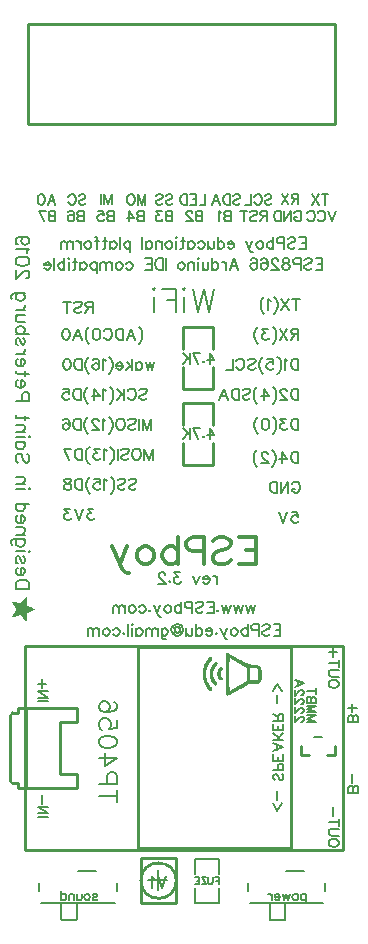
<source format=gbo>
G04 Layer: BottomSilkLayer*
G04 EasyEDA v6.3.53, 2020-06-09T14:14:43+03:00*
G04 a51f4f2b25e24b5fbe4c92ec4cc42c38,99c43f6f433d4c2593b99c8e01114625,10*
G04 Gerber Generator version 0.2*
G04 Scale: 100 percent, Rotated: No, Reflected: No *
G04 Dimensions in millimeters *
G04 leading zeros omitted , absolute positions ,3 integer and 3 decimal *
%FSLAX33Y33*%
%MOMM*%
G90*
G71D02*

%ADD10C,0.254000*%
%ADD37C,0.200000*%
%ADD38C,0.299999*%
%ADD40C,0.177800*%
%ADD41C,0.203200*%
%ADD42C,0.178003*%
%ADD43C,0.152400*%
%ADD45C,0.199898*%

%LPD*%

%LPD*%
G36*
G01X18729Y20538D02*
G01X18690Y20540D01*
G01X18649Y20530D01*
G01X18608Y20507D01*
G01X18566Y20472D01*
G01X18526Y20426D01*
G01X18488Y20367D01*
G01X18459Y20312D01*
G01X18435Y20254D01*
G01X18417Y20195D01*
G01X18403Y20133D01*
G01X18394Y20070D01*
G01X18390Y20006D01*
G01X18390Y19942D01*
G01X18395Y19879D01*
G01X18404Y19817D01*
G01X18418Y19756D01*
G01X18436Y19698D01*
G01X18458Y19642D01*
G01X18485Y19590D01*
G01X18516Y19541D01*
G01X18551Y19498D01*
G01X18590Y19459D01*
G01X18644Y19421D01*
G01X18697Y19408D01*
G01X18749Y19418D01*
G01X18802Y19451D01*
G01X18845Y19504D01*
G01X18858Y19564D01*
G01X18840Y19630D01*
G01X18792Y19702D01*
G01X18741Y19771D01*
G01X18707Y19835D01*
G01X18688Y19901D01*
G01X18683Y19975D01*
G01X18688Y20049D01*
G01X18707Y20115D01*
G01X18741Y20180D01*
G01X18792Y20248D01*
G01X18839Y20317D01*
G01X18856Y20380D01*
G01X18845Y20438D01*
G01X18805Y20494D01*
G01X18768Y20523D01*
G01X18729Y20538D01*
G37*

%LPD*%
G36*
G01X18320Y20966D02*
G01X18279Y20977D01*
G01X18237Y20974D01*
G01X18194Y20957D01*
G01X18148Y20925D01*
G01X18100Y20879D01*
G01X18049Y20818D01*
G01X17995Y20742D01*
G01X17964Y20694D01*
G01X17936Y20647D01*
G01X17911Y20598D01*
G01X17887Y20549D01*
G01X17866Y20499D01*
G01X17847Y20449D01*
G01X17830Y20398D01*
G01X17815Y20346D01*
G01X17802Y20293D01*
G01X17792Y20239D01*
G01X17784Y20184D01*
G01X17777Y20128D01*
G01X17773Y20071D01*
G01X17772Y20013D01*
G01X17772Y19954D01*
G01X17774Y19893D01*
G01X17780Y19819D01*
G01X17788Y19747D01*
G01X17799Y19679D01*
G01X17814Y19612D01*
G01X17831Y19548D01*
G01X17852Y19486D01*
G01X17877Y19425D01*
G01X17904Y19366D01*
G01X17935Y19308D01*
G01X17970Y19250D01*
G01X18009Y19193D01*
G01X18051Y19136D01*
G01X18095Y19083D01*
G01X18136Y19041D01*
G01X18174Y19009D01*
G01X18210Y18988D01*
G01X18245Y18977D01*
G01X18278Y18976D01*
G01X18312Y18984D01*
G01X18345Y19002D01*
G01X18380Y19034D01*
G01X18405Y19077D01*
G01X18419Y19123D01*
G01X18416Y19164D01*
G01X18405Y19185D01*
G01X18383Y19218D01*
G01X18354Y19257D01*
G01X18320Y19298D01*
G01X18282Y19346D01*
G01X18245Y19396D01*
G01X18211Y19450D01*
G01X18179Y19506D01*
G01X18150Y19563D01*
G01X18125Y19618D01*
G01X18104Y19674D01*
G01X18087Y19727D01*
G01X18076Y19780D01*
G01X18068Y19840D01*
G01X18063Y19906D01*
G01X18061Y19974D01*
G01X18063Y20042D01*
G01X18068Y20108D01*
G01X18076Y20168D01*
G01X18087Y20221D01*
G01X18104Y20276D01*
G01X18125Y20333D01*
G01X18150Y20390D01*
G01X18178Y20447D01*
G01X18209Y20501D01*
G01X18242Y20553D01*
G01X18276Y20600D01*
G01X18310Y20642D01*
G01X18352Y20692D01*
G01X18384Y20738D01*
G01X18405Y20779D01*
G01X18416Y20817D01*
G01X18417Y20852D01*
G01X18408Y20884D01*
G01X18389Y20913D01*
G01X18360Y20941D01*
G01X18320Y20966D01*
G37*

%LPD*%
G36*
G01X17867Y21404D02*
G01X17835Y21406D01*
G01X17806Y21404D01*
G01X17776Y21395D01*
G01X17746Y21380D01*
G01X17714Y21357D01*
G01X17681Y21326D01*
G01X17643Y21286D01*
G01X17602Y21236D01*
G01X17555Y21175D01*
G01X17519Y21126D01*
G01X17485Y21076D01*
G01X17453Y21025D01*
G01X17422Y20973D01*
G01X17393Y20920D01*
G01X17365Y20867D01*
G01X17315Y20757D01*
G01X17293Y20702D01*
G01X17272Y20646D01*
G01X17253Y20589D01*
G01X17236Y20532D01*
G01X17220Y20474D01*
G01X17206Y20416D01*
G01X17194Y20358D01*
G01X17184Y20299D01*
G01X17175Y20240D01*
G01X17168Y20180D01*
G01X17163Y20121D01*
G01X17159Y20061D01*
G01X17158Y20001D01*
G01X17158Y19942D01*
G01X17159Y19882D01*
G01X17163Y19822D01*
G01X17168Y19762D01*
G01X17175Y19703D01*
G01X17184Y19643D01*
G01X17195Y19584D01*
G01X17207Y19525D01*
G01X17221Y19467D01*
G01X17237Y19409D01*
G01X17255Y19351D01*
G01X17275Y19293D01*
G01X17296Y19236D01*
G01X17319Y19180D01*
G01X17344Y19124D01*
G01X17375Y19063D01*
G01X17408Y19001D01*
G01X17443Y18939D01*
G01X17481Y18878D01*
G01X17519Y18820D01*
G01X17558Y18765D01*
G01X17597Y18713D01*
G01X17635Y18666D01*
G01X17671Y18625D01*
G01X17705Y18591D01*
G01X17736Y18565D01*
G01X17763Y18547D01*
G01X17814Y18532D01*
G01X17868Y18536D01*
G01X17917Y18556D01*
G01X17954Y18590D01*
G01X17979Y18647D01*
G01X17980Y18705D01*
G01X17957Y18765D01*
G01X17910Y18828D01*
G01X17862Y18882D01*
G01X17816Y18938D01*
G01X17773Y18996D01*
G01X17732Y19055D01*
G01X17694Y19115D01*
G01X17658Y19177D01*
G01X17625Y19241D01*
G01X17594Y19305D01*
G01X17566Y19370D01*
G01X17541Y19436D01*
G01X17519Y19503D01*
G01X17500Y19571D01*
G01X17485Y19631D01*
G01X17474Y19694D01*
G01X17465Y19759D01*
G01X17457Y19825D01*
G01X17453Y19892D01*
G01X17451Y19960D01*
G01X17452Y20028D01*
G01X17454Y20095D01*
G01X17460Y20161D01*
G01X17468Y20225D01*
G01X17478Y20286D01*
G01X17490Y20345D01*
G01X17509Y20411D01*
G01X17530Y20477D01*
G01X17554Y20544D01*
G01X17581Y20610D01*
G01X17611Y20675D01*
G01X17643Y20739D01*
G01X17677Y20801D01*
G01X17714Y20861D01*
G01X17752Y20918D01*
G01X17792Y20972D01*
G01X17833Y21024D01*
G01X17875Y21071D01*
G01X17949Y21161D01*
G01X17983Y21236D01*
G01X17979Y21303D01*
G01X17936Y21368D01*
G01X17917Y21385D01*
G01X17894Y21397D01*
G01X17867Y21404D01*
G37*

%LPD*%
G36*
G01X19304Y21717D02*
G01X19235Y21719D01*
G01X19174Y21693D01*
G01X19130Y21643D01*
G01X19110Y21578D01*
G01X19110Y21546D01*
G01X19109Y21524D01*
G01X19109Y20525D01*
G01X19110Y20437D01*
G01X19110Y19877D01*
G01X19114Y18218D01*
G01X19153Y18173D01*
G01X19180Y18147D01*
G01X19209Y18131D01*
G01X19244Y18127D01*
G01X19291Y18136D01*
G01X19353Y18158D01*
G01X19435Y18197D01*
G01X19541Y18251D01*
G01X19675Y18324D01*
G01X19715Y18345D01*
G01X19759Y18369D01*
G01X19806Y18395D01*
G01X19857Y18423D01*
G01X19911Y18452D01*
G01X19967Y18483D01*
G01X20025Y18515D01*
G01X20085Y18548D01*
G01X20146Y18581D01*
G01X20330Y18681D01*
G01X20391Y18714D01*
G01X20450Y18747D01*
G01X20507Y18778D01*
G01X20563Y18808D01*
G01X21090Y19096D01*
G01X21542Y19096D01*
G01X21627Y19097D01*
G01X21692Y19099D01*
G01X21740Y19102D01*
G01X21778Y19107D01*
G01X21808Y19115D01*
G01X21835Y19124D01*
G01X21864Y19137D01*
G01X21936Y19181D01*
G01X22005Y19238D01*
G01X22064Y19306D01*
G01X22112Y19380D01*
G01X22123Y19404D01*
G01X22132Y19429D01*
G01X22139Y19462D01*
G01X22143Y19507D01*
G01X22146Y19569D01*
G01X22147Y19655D01*
G01X22148Y19768D01*
G01X22148Y20059D01*
G01X22147Y20171D01*
G01X22145Y20257D01*
G01X22142Y20321D01*
G01X22138Y20368D01*
G01X22132Y20403D01*
G01X22123Y20432D01*
G01X22112Y20458D01*
G01X22072Y20530D01*
G01X22020Y20594D01*
G01X21956Y20649D01*
G01X21881Y20696D01*
G01X21852Y20711D01*
G01X21825Y20722D01*
G01X21795Y20731D01*
G01X21757Y20737D01*
G01X21706Y20742D01*
G01X21639Y20745D01*
G01X21549Y20748D01*
G01X21433Y20751D01*
G01X21071Y20760D01*
G01X20648Y20991D01*
G01X20603Y21016D01*
G01X20555Y21042D01*
G01X20503Y21070D01*
G01X20450Y21100D01*
G01X20394Y21130D01*
G01X20337Y21161D01*
G01X20221Y21225D01*
G01X20162Y21257D01*
G01X20104Y21289D01*
G01X20047Y21321D01*
G01X19990Y21352D01*
G01X19935Y21382D01*
G01X19883Y21410D01*
G01X19833Y21438D01*
G01X19786Y21464D01*
G01X19697Y21512D01*
G01X19612Y21558D01*
G01X19534Y21600D01*
G01X19463Y21637D01*
G01X19403Y21669D01*
G01X19355Y21693D01*
G01X19304Y21717D01*
G37*

%LPC*%
G36*
G01X20161Y20901D02*
G01X19433Y21298D01*
G01X19428Y20611D01*
G01X19428Y20553D01*
G01X19427Y20491D01*
G01X19427Y20219D01*
G01X19426Y20146D01*
G01X19426Y19701D01*
G01X19427Y19629D01*
G01X19427Y19356D01*
G01X19428Y19295D01*
G01X19428Y19236D01*
G01X19433Y18549D01*
G01X20161Y18946D01*
G01X20889Y19344D01*
G01X20889Y20503D01*
G01X20161Y20901D01*
G37*
G36*
G01X21518Y20433D02*
G01X21424Y20433D01*
G01X21209Y20431D01*
G01X21199Y19404D01*
G01X21495Y19410D01*
G01X21654Y19413D01*
G01X21746Y19419D01*
G01X21792Y19430D01*
G01X21814Y19448D01*
G01X21820Y19462D01*
G01X21826Y19484D01*
G01X21830Y19517D01*
G01X21833Y19564D01*
G01X21835Y19625D01*
G01X21837Y19704D01*
G01X21838Y19803D01*
G01X21838Y20058D01*
G01X21837Y20163D01*
G01X21835Y20242D01*
G01X21833Y20300D01*
G01X21829Y20340D01*
G01X21824Y20366D01*
G01X21817Y20383D01*
G01X21808Y20394D01*
G01X21792Y20405D01*
G01X21771Y20414D01*
G01X21742Y20422D01*
G01X21705Y20427D01*
G01X21656Y20430D01*
G01X21595Y20432D01*
G01X21518Y20433D01*
G37*

%LPD*%
G36*
G01X2254Y26453D02*
G01X2242Y26480D01*
G01X2214Y26462D01*
G01X2157Y26406D01*
G01X2080Y26321D01*
G01X1989Y26216D01*
G01X1899Y26109D01*
G01X1820Y26022D01*
G01X1763Y25961D01*
G01X1735Y25937D01*
G01X1698Y25941D01*
G01X1617Y25958D01*
G01X1504Y25983D01*
G01X1371Y26016D01*
G01X1235Y26048D01*
G01X1124Y26071D01*
G01X1047Y26083D01*
G01X1014Y26082D01*
G01X1014Y26072D01*
G01X1022Y26051D01*
G01X1036Y26020D01*
G01X1056Y25980D01*
G01X1083Y25933D01*
G01X1114Y25878D01*
G01X1150Y25818D01*
G01X1190Y25754D01*
G01X1265Y25633D01*
G01X1327Y25532D01*
G01X1368Y25462D01*
G01X1384Y25434D01*
G01X1369Y25406D01*
G01X1328Y25338D01*
G01X1267Y25240D01*
G01X1193Y25122D01*
G01X1120Y25003D01*
G01X1062Y24903D01*
G01X1024Y24833D01*
G01X1014Y24802D01*
G01X1024Y24792D01*
G01X1042Y24787D01*
G01X1069Y24786D01*
G01X1109Y24791D01*
G01X1163Y24801D01*
G01X1233Y24816D01*
G01X1322Y24837D01*
G01X1432Y24865D01*
G01X1746Y24946D01*
G01X1983Y24661D01*
G01X2048Y24583D01*
G01X2102Y24520D01*
G01X2145Y24472D01*
G01X2178Y24437D01*
G01X2204Y24415D01*
G01X2223Y24402D01*
G01X2236Y24400D01*
G01X2246Y24405D01*
G01X2252Y24417D01*
G01X2259Y24440D01*
G01X2265Y24474D01*
G01X2272Y24518D01*
G01X2278Y24571D01*
G01X2284Y24633D01*
G01X2290Y24704D01*
G01X2296Y24782D01*
G01X2306Y24918D01*
G01X2314Y25030D01*
G01X2321Y25106D01*
G01X2325Y25135D01*
G01X2354Y25147D01*
G01X2428Y25177D01*
G01X2536Y25220D01*
G01X2667Y25273D01*
G01X2750Y25306D01*
G01X2821Y25336D01*
G01X2878Y25361D01*
G01X2924Y25383D01*
G01X2958Y25401D01*
G01X2981Y25416D01*
G01X2993Y25428D01*
G01X2996Y25438D01*
G01X2970Y25460D01*
G01X2903Y25496D01*
G01X2801Y25542D01*
G01X2671Y25596D01*
G01X2546Y25647D01*
G01X2441Y25691D01*
G01X2367Y25723D01*
G01X2336Y25739D01*
G01X2327Y25773D01*
G01X2317Y25855D01*
G01X2305Y25972D01*
G01X2293Y26113D01*
G01X2280Y26268D01*
G01X2267Y26382D01*
G01X2254Y26453D01*
G37*

%LPD*%
G54D10*
G01X2131Y22354D02*
G01X29056Y22354D01*
G01X29056Y5082D01*
G01X2131Y5082D01*
G01X2131Y22354D01*
G01X1515Y10279D02*
G01X1515Y10686D01*
G01X1515Y16680D02*
G01X1515Y17086D01*
G01X1515Y10279D02*
G01X2226Y10279D01*
G01X2226Y10279D02*
G01X6518Y10279D01*
G01X6518Y17086D02*
G01X2226Y17086D01*
G01X2226Y17086D02*
G01X1515Y17086D01*
G01X1515Y10686D02*
G01X1134Y10686D01*
G01X880Y10889D02*
G01X880Y16426D01*
G01X1083Y16680D02*
G01X1515Y16680D01*
G01X2226Y10279D02*
G01X2226Y17086D01*
G01X4918Y10279D02*
G01X6518Y10279D01*
G01X6518Y10279D02*
G01X6518Y11473D01*
G01X6518Y17086D02*
G01X6518Y15893D01*
G01X4918Y17086D02*
G01X6518Y17086D01*
G01X6518Y11473D02*
G01X5121Y11473D01*
G01X5121Y11473D02*
G01X5121Y15893D01*
G01X5121Y15893D02*
G01X6518Y15893D01*
G01X6518Y17086D02*
G01X6518Y15893D01*
G01X5121Y11473D02*
G01X5121Y15893D01*
G01X5121Y15893D02*
G01X6518Y15893D01*
G01X5121Y11473D02*
G01X6518Y11473D01*
G01X6518Y10279D02*
G01X6518Y11473D01*
G01X15494Y47498D02*
G01X15494Y49346D01*
G01X18034Y49346D01*
G01X18034Y47498D01*
G01X18034Y45974D02*
G01X18034Y44115D01*
G01X15494Y44115D01*
G01X15494Y45974D01*
G01X18034Y39497D02*
G01X18034Y37648D01*
G01X15494Y37648D01*
G01X15494Y39497D01*
G01X15494Y41021D02*
G01X15494Y42879D01*
G01X18034Y42879D01*
G01X18034Y41021D01*
G54D45*
G01X18560Y1858D02*
G01X18560Y538D01*
G01X16490Y538D01*
G01X16490Y1858D01*
G01X18560Y2990D02*
G01X18560Y4310D01*
G01X16490Y4310D01*
G01X16490Y2990D01*
G54D10*
G01X11928Y2535D02*
G01X11928Y4335D01*
G01X14928Y4335D02*
G01X11928Y4335D01*
G01X11928Y585D02*
G01X11928Y2585D01*
G01X14928Y585D02*
G01X11928Y585D01*
G01X14928Y2535D02*
G01X14928Y4335D01*
G01X14928Y585D02*
G01X14928Y2585D01*
G01X28366Y66523D02*
G01X2367Y66523D01*
G01X28366Y66523D02*
G01X28366Y75023D01*
G01X2367Y75023D02*
G01X28366Y75023D01*
G01X2367Y75023D02*
G01X2367Y66523D01*
G54D37*
G01X5296Y-902D02*
G01X5232Y-876D01*
G01X5193Y-799D01*
G01X6604Y3290D02*
G01X8104Y3290D01*
G01X9704Y597D02*
G01X3504Y597D01*
G01X3308Y1574D02*
G01X3308Y2274D01*
G01X9899Y2297D02*
G01X9899Y1551D01*
G01X5193Y-799D02*
G01X5193Y597D01*
G01X6501Y-799D02*
G01X6501Y597D01*
G01X6501Y-799D02*
G01X6501Y597D01*
G01X5193Y-799D02*
G01X5193Y597D01*
G01X5296Y-902D02*
G01X6398Y-902D01*
G01X6501Y-799D02*
G01X6463Y-876D01*
G01X6398Y-902D01*
G01X22949Y-902D02*
G01X22885Y-876D01*
G01X22846Y-799D01*
G01X24257Y3290D02*
G01X25757Y3290D01*
G01X27357Y597D02*
G01X21157Y597D01*
G01X20961Y1574D02*
G01X20961Y2274D01*
G01X27552Y2297D02*
G01X27552Y1551D01*
G01X22846Y-799D02*
G01X22846Y597D01*
G01X24154Y-799D02*
G01X24154Y597D01*
G01X24154Y-799D02*
G01X24154Y597D01*
G01X22846Y-799D02*
G01X22846Y597D01*
G01X22949Y-902D02*
G01X24051Y-902D01*
G01X24154Y-799D02*
G01X24116Y-876D01*
G01X24051Y-902D01*
G54D10*
G01X27724Y13066D02*
G01X28383Y13066D01*
G01X27724Y13066D01*
G01X28383Y13066D01*
G01X28383Y13881D01*
G01X25464Y13881D02*
G01X25464Y13066D01*
G01X26123Y13066D01*
G54D37*
G01X26624Y14615D02*
G01X27223Y14615D01*
G54D10*
G01X11684Y22225D02*
G01X24638Y22225D01*
G01X24638Y5207D01*
G01X11684Y5207D01*
G01X11684Y22225D01*
G54D37*
G01X12319Y60561D02*
G01X12319Y59702D01*
G01X12319Y60561D02*
G01X11991Y59702D01*
G01X11664Y60561D02*
G01X11991Y59702D01*
G01X11664Y60561D02*
G01X11664Y59702D01*
G01X11148Y60561D02*
G01X11230Y60521D01*
G01X11312Y60439D01*
G01X11353Y60357D01*
G01X11394Y60234D01*
G01X11394Y60030D01*
G01X11353Y59907D01*
G01X11312Y59825D01*
G01X11230Y59743D01*
G01X11148Y59702D01*
G01X10985Y59702D01*
G01X10903Y59743D01*
G01X10821Y59825D01*
G01X10780Y59907D01*
G01X10739Y60030D01*
G01X10739Y60234D01*
G01X10780Y60357D01*
G01X10821Y60439D01*
G01X10903Y60521D01*
G01X10985Y60561D01*
G01X11148Y60561D01*
G01X4371Y60561D02*
G01X4699Y59702D01*
G01X4371Y60561D02*
G01X4044Y59702D01*
G01X4576Y59989D02*
G01X4167Y59989D01*
G01X3528Y60561D02*
G01X3651Y60521D01*
G01X3733Y60398D01*
G01X3774Y60193D01*
G01X3774Y60071D01*
G01X3733Y59866D01*
G01X3651Y59743D01*
G01X3528Y59702D01*
G01X3447Y59702D01*
G01X3324Y59743D01*
G01X3242Y59866D01*
G01X3201Y60071D01*
G01X3201Y60193D01*
G01X3242Y60398D01*
G01X3324Y60521D01*
G01X3447Y60561D01*
G01X3528Y60561D01*
G01X6666Y60439D02*
G01X6748Y60521D01*
G01X6870Y60561D01*
G01X7034Y60561D01*
G01X7157Y60521D01*
G01X7239Y60439D01*
G01X7239Y60357D01*
G01X7198Y60275D01*
G01X7157Y60234D01*
G01X7075Y60193D01*
G01X6829Y60111D01*
G01X6748Y60071D01*
G01X6707Y60030D01*
G01X6666Y59948D01*
G01X6666Y59825D01*
G01X6748Y59743D01*
G01X6870Y59702D01*
G01X7034Y59702D01*
G01X7157Y59743D01*
G01X7239Y59825D01*
G01X5782Y60357D02*
G01X5823Y60439D01*
G01X5905Y60521D01*
G01X5987Y60561D01*
G01X6150Y60561D01*
G01X6232Y60521D01*
G01X6314Y60439D01*
G01X6355Y60357D01*
G01X6396Y60234D01*
G01X6396Y60030D01*
G01X6355Y59907D01*
G01X6314Y59825D01*
G01X6232Y59743D01*
G01X6150Y59702D01*
G01X5987Y59702D01*
G01X5905Y59743D01*
G01X5823Y59825D01*
G01X5782Y59907D01*
G01X9476Y60600D02*
G01X9476Y59740D01*
G01X9476Y60600D02*
G01X9149Y59740D01*
G01X8822Y60600D02*
G01X9149Y59740D01*
G01X8822Y60600D02*
G01X8822Y59740D01*
G01X8552Y60600D02*
G01X8552Y59740D01*
G01X14032Y60439D02*
G01X14114Y60521D01*
G01X14236Y60561D01*
G01X14400Y60561D01*
G01X14523Y60521D01*
G01X14605Y60439D01*
G01X14605Y60357D01*
G01X14564Y60275D01*
G01X14523Y60234D01*
G01X14441Y60193D01*
G01X14195Y60111D01*
G01X14114Y60071D01*
G01X14073Y60030D01*
G01X14032Y59948D01*
G01X14032Y59825D01*
G01X14114Y59743D01*
G01X14236Y59702D01*
G01X14400Y59702D01*
G01X14523Y59743D01*
G01X14605Y59825D01*
G01X13189Y60439D02*
G01X13271Y60521D01*
G01X13394Y60561D01*
G01X13557Y60561D01*
G01X13680Y60521D01*
G01X13762Y60439D01*
G01X13762Y60357D01*
G01X13721Y60275D01*
G01X13680Y60234D01*
G01X13598Y60193D01*
G01X13353Y60111D01*
G01X13271Y60071D01*
G01X13230Y60030D01*
G01X13189Y59948D01*
G01X13189Y59825D01*
G01X13271Y59743D01*
G01X13394Y59702D01*
G01X13557Y59702D01*
G01X13680Y59743D01*
G01X13762Y59825D01*
G01X19747Y60439D02*
G01X19829Y60521D01*
G01X19951Y60561D01*
G01X20115Y60561D01*
G01X20238Y60521D01*
G01X20320Y60439D01*
G01X20320Y60357D01*
G01X20279Y60275D01*
G01X20238Y60234D01*
G01X20156Y60193D01*
G01X19910Y60111D01*
G01X19829Y60071D01*
G01X19788Y60030D01*
G01X19747Y59948D01*
G01X19747Y59825D01*
G01X19829Y59743D01*
G01X19951Y59702D01*
G01X20115Y59702D01*
G01X20238Y59743D01*
G01X20320Y59825D01*
G01X19477Y60561D02*
G01X19477Y59702D01*
G01X19477Y60561D02*
G01X19190Y60561D01*
G01X19068Y60521D01*
G01X18986Y60439D01*
G01X18945Y60357D01*
G01X18904Y60234D01*
G01X18904Y60030D01*
G01X18945Y59907D01*
G01X18986Y59825D01*
G01X19068Y59743D01*
G01X19190Y59702D01*
G01X19477Y59702D01*
G01X18307Y60561D02*
G01X18634Y59702D01*
G01X18307Y60561D02*
G01X17979Y59702D01*
G01X18511Y59989D02*
G01X18102Y59989D01*
G01X22414Y60439D02*
G01X22496Y60521D01*
G01X22618Y60561D01*
G01X22782Y60561D01*
G01X22905Y60521D01*
G01X22987Y60439D01*
G01X22987Y60357D01*
G01X22946Y60275D01*
G01X22905Y60234D01*
G01X22823Y60193D01*
G01X22577Y60111D01*
G01X22496Y60071D01*
G01X22455Y60030D01*
G01X22414Y59948D01*
G01X22414Y59825D01*
G01X22496Y59743D01*
G01X22618Y59702D01*
G01X22782Y59702D01*
G01X22905Y59743D01*
G01X22987Y59825D01*
G01X21530Y60357D02*
G01X21571Y60439D01*
G01X21653Y60521D01*
G01X21735Y60561D01*
G01X21898Y60561D01*
G01X21980Y60521D01*
G01X22062Y60439D01*
G01X22103Y60357D01*
G01X22144Y60234D01*
G01X22144Y60030D01*
G01X22103Y59907D01*
G01X22062Y59825D01*
G01X21980Y59743D01*
G01X21898Y59702D01*
G01X21735Y59702D01*
G01X21653Y59743D01*
G01X21571Y59825D01*
G01X21530Y59907D01*
G01X21260Y60561D02*
G01X21260Y59702D01*
G01X21260Y59702D02*
G01X20769Y59702D01*
G01X17399Y60561D02*
G01X17399Y59702D01*
G01X17399Y59702D02*
G01X16908Y59702D01*
G01X16638Y60561D02*
G01X16638Y59702D01*
G01X16638Y60561D02*
G01X16106Y60561D01*
G01X16638Y60152D02*
G01X16310Y60152D01*
G01X16638Y59702D02*
G01X16106Y59702D01*
G01X15836Y60561D02*
G01X15836Y59702D01*
G01X15836Y60561D02*
G01X15549Y60561D01*
G01X15427Y60521D01*
G01X15345Y60439D01*
G01X15304Y60357D01*
G01X15263Y60234D01*
G01X15263Y60030D01*
G01X15304Y59907D01*
G01X15345Y59825D01*
G01X15427Y59743D01*
G01X15549Y59702D01*
G01X15836Y59702D01*
G01X28448Y59164D02*
G01X28120Y58305D01*
G01X27793Y59164D02*
G01X28120Y58305D01*
G01X26909Y58960D02*
G01X26950Y59042D01*
G01X27032Y59124D01*
G01X27114Y59164D01*
G01X27277Y59164D01*
G01X27359Y59124D01*
G01X27441Y59042D01*
G01X27482Y58960D01*
G01X27523Y58837D01*
G01X27523Y58633D01*
G01X27482Y58510D01*
G01X27441Y58428D01*
G01X27359Y58346D01*
G01X27277Y58305D01*
G01X27114Y58305D01*
G01X27032Y58346D01*
G01X26950Y58428D01*
G01X26909Y58510D01*
G01X26026Y58960D02*
G01X26067Y59042D01*
G01X26148Y59124D01*
G01X26230Y59164D01*
G01X26394Y59164D01*
G01X26476Y59124D01*
G01X26558Y59042D01*
G01X26598Y58960D01*
G01X26639Y58837D01*
G01X26639Y58633D01*
G01X26598Y58510D01*
G01X26558Y58428D01*
G01X26476Y58346D01*
G01X26394Y58305D01*
G01X26230Y58305D01*
G01X26148Y58346D01*
G01X26067Y58428D01*
G01X26026Y58510D01*
G01X24913Y58960D02*
G01X24954Y59042D01*
G01X25036Y59124D01*
G01X25117Y59164D01*
G01X25281Y59164D01*
G01X25363Y59124D01*
G01X25445Y59042D01*
G01X25486Y58960D01*
G01X25527Y58837D01*
G01X25527Y58633D01*
G01X25486Y58510D01*
G01X25445Y58428D01*
G01X25363Y58346D01*
G01X25281Y58305D01*
G01X25117Y58305D01*
G01X25036Y58346D01*
G01X24954Y58428D01*
G01X24913Y58510D01*
G01X24913Y58633D01*
G01X25117Y58633D02*
G01X24913Y58633D01*
G01X24643Y59164D02*
G01X24643Y58305D01*
G01X24643Y59164D02*
G01X24070Y58305D01*
G01X24070Y59164D02*
G01X24070Y58305D01*
G01X23800Y59164D02*
G01X23800Y58305D01*
G01X23800Y59164D02*
G01X23514Y59164D01*
G01X23391Y59124D01*
G01X23309Y59042D01*
G01X23268Y58960D01*
G01X23227Y58837D01*
G01X23227Y58633D01*
G01X23268Y58510D01*
G01X23309Y58428D01*
G01X23391Y58346D01*
G01X23514Y58305D01*
G01X23800Y58305D01*
G01X9652Y59164D02*
G01X9652Y58305D01*
G01X9652Y59164D02*
G01X9283Y59164D01*
G01X9161Y59124D01*
G01X9120Y59083D01*
G01X9079Y59001D01*
G01X9079Y58919D01*
G01X9120Y58837D01*
G01X9161Y58796D01*
G01X9283Y58755D01*
G01X9652Y58755D02*
G01X9283Y58755D01*
G01X9161Y58714D01*
G01X9120Y58674D01*
G01X9079Y58592D01*
G01X9079Y58469D01*
G01X9120Y58387D01*
G01X9161Y58346D01*
G01X9283Y58305D01*
G01X9652Y58305D01*
G01X8318Y59164D02*
G01X8727Y59164D01*
G01X8768Y58796D01*
G01X8727Y58837D01*
G01X8604Y58878D01*
G01X8481Y58878D01*
G01X8359Y58837D01*
G01X8277Y58755D01*
G01X8236Y58633D01*
G01X8236Y58551D01*
G01X8277Y58428D01*
G01X8359Y58346D01*
G01X8481Y58305D01*
G01X8604Y58305D01*
G01X8727Y58346D01*
G01X8768Y58387D01*
G01X8809Y58469D01*
G01X7112Y59164D02*
G01X7112Y58305D01*
G01X7112Y59164D02*
G01X6743Y59164D01*
G01X6621Y59124D01*
G01X6580Y59083D01*
G01X6539Y59001D01*
G01X6539Y58919D01*
G01X6580Y58837D01*
G01X6621Y58796D01*
G01X6743Y58755D01*
G01X7112Y58755D02*
G01X6743Y58755D01*
G01X6621Y58714D01*
G01X6580Y58674D01*
G01X6539Y58592D01*
G01X6539Y58469D01*
G01X6580Y58387D01*
G01X6621Y58346D01*
G01X6743Y58305D01*
G01X7112Y58305D01*
G01X5778Y59042D02*
G01X5819Y59124D01*
G01X5941Y59164D01*
G01X6023Y59164D01*
G01X6146Y59124D01*
G01X6228Y59001D01*
G01X6269Y58796D01*
G01X6269Y58592D01*
G01X6228Y58428D01*
G01X6146Y58346D01*
G01X6023Y58305D01*
G01X5982Y58305D01*
G01X5860Y58346D01*
G01X5778Y58428D01*
G01X5737Y58551D01*
G01X5737Y58592D01*
G01X5778Y58714D01*
G01X5860Y58796D01*
G01X5982Y58837D01*
G01X6023Y58837D01*
G01X6146Y58796D01*
G01X6228Y58714D01*
G01X6269Y58592D01*
G01X4699Y59164D02*
G01X4699Y58305D01*
G01X4699Y59164D02*
G01X4330Y59164D01*
G01X4208Y59124D01*
G01X4167Y59083D01*
G01X4126Y59001D01*
G01X4126Y58919D01*
G01X4167Y58837D01*
G01X4208Y58796D01*
G01X4330Y58755D01*
G01X4699Y58755D02*
G01X4330Y58755D01*
G01X4208Y58714D01*
G01X4167Y58674D01*
G01X4126Y58592D01*
G01X4126Y58469D01*
G01X4167Y58387D01*
G01X4208Y58346D01*
G01X4330Y58305D01*
G01X4699Y58305D01*
G01X3283Y59164D02*
G01X3692Y58305D01*
G01X3856Y59164D02*
G01X3283Y59164D01*
G01X22606Y59164D02*
G01X22606Y58305D01*
G01X22606Y59164D02*
G01X22237Y59164D01*
G01X22115Y59123D01*
G01X22074Y59083D01*
G01X22033Y59001D01*
G01X22033Y58919D01*
G01X22074Y58837D01*
G01X22115Y58796D01*
G01X22237Y58755D01*
G01X22606Y58755D01*
G01X22319Y58755D02*
G01X22033Y58305D01*
G01X21190Y59042D02*
G01X21272Y59123D01*
G01X21395Y59164D01*
G01X21558Y59164D01*
G01X21681Y59123D01*
G01X21763Y59042D01*
G01X21763Y58960D01*
G01X21722Y58878D01*
G01X21681Y58837D01*
G01X21599Y58796D01*
G01X21354Y58714D01*
G01X21272Y58674D01*
G01X21231Y58633D01*
G01X21190Y58551D01*
G01X21190Y58428D01*
G01X21272Y58346D01*
G01X21395Y58305D01*
G01X21558Y58305D01*
G01X21681Y58346D01*
G01X21763Y58428D01*
G01X20634Y59164D02*
G01X20634Y58305D01*
G01X20920Y59164D02*
G01X20347Y59164D01*
G01X25260Y60600D02*
G01X25260Y59740D01*
G01X25260Y60600D02*
G01X24892Y60600D01*
G01X24769Y60559D01*
G01X24728Y60518D01*
G01X24687Y60436D01*
G01X24687Y60354D01*
G01X24728Y60272D01*
G01X24769Y60231D01*
G01X24892Y60190D01*
G01X25260Y60190D01*
G01X24973Y60190D02*
G01X24687Y59740D01*
G01X24417Y60600D02*
G01X23844Y59740D01*
G01X23844Y60600D02*
G01X24417Y59740D01*
G01X12192Y59164D02*
G01X12192Y58305D01*
G01X12192Y59164D02*
G01X11823Y59164D01*
G01X11701Y59124D01*
G01X11660Y59083D01*
G01X11619Y59001D01*
G01X11619Y58919D01*
G01X11660Y58837D01*
G01X11701Y58796D01*
G01X11823Y58755D01*
G01X12192Y58755D02*
G01X11823Y58755D01*
G01X11701Y58714D01*
G01X11660Y58674D01*
G01X11619Y58592D01*
G01X11619Y58469D01*
G01X11660Y58387D01*
G01X11701Y58346D01*
G01X11823Y58305D01*
G01X12192Y58305D01*
G01X10940Y59164D02*
G01X11349Y58592D01*
G01X10735Y58592D01*
G01X10940Y59164D02*
G01X10940Y58305D01*
G01X14605Y59164D02*
G01X14605Y58305D01*
G01X14605Y59164D02*
G01X14236Y59164D01*
G01X14114Y59124D01*
G01X14073Y59083D01*
G01X14032Y59001D01*
G01X14032Y58919D01*
G01X14073Y58837D01*
G01X14114Y58796D01*
G01X14236Y58755D01*
G01X14605Y58755D02*
G01X14236Y58755D01*
G01X14114Y58714D01*
G01X14073Y58674D01*
G01X14032Y58592D01*
G01X14032Y58469D01*
G01X14073Y58387D01*
G01X14114Y58346D01*
G01X14236Y58305D01*
G01X14605Y58305D01*
G01X13680Y59164D02*
G01X13230Y59164D01*
G01X13475Y58837D01*
G01X13353Y58837D01*
G01X13271Y58796D01*
G01X13230Y58755D01*
G01X13189Y58633D01*
G01X13189Y58551D01*
G01X13230Y58428D01*
G01X13312Y58346D01*
G01X13434Y58305D01*
G01X13557Y58305D01*
G01X13680Y58346D01*
G01X13721Y58387D01*
G01X13762Y58469D01*
G01X17145Y59164D02*
G01X17145Y58305D01*
G01X17145Y59164D02*
G01X16776Y59164D01*
G01X16654Y59124D01*
G01X16613Y59083D01*
G01X16572Y59001D01*
G01X16572Y58919D01*
G01X16613Y58837D01*
G01X16654Y58796D01*
G01X16776Y58755D01*
G01X17145Y58755D02*
G01X16776Y58755D01*
G01X16654Y58714D01*
G01X16613Y58674D01*
G01X16572Y58592D01*
G01X16572Y58469D01*
G01X16613Y58387D01*
G01X16654Y58346D01*
G01X16776Y58305D01*
G01X17145Y58305D01*
G01X16261Y58960D02*
G01X16261Y59001D01*
G01X16220Y59083D01*
G01X16179Y59124D01*
G01X16097Y59164D01*
G01X15934Y59164D01*
G01X15852Y59124D01*
G01X15811Y59083D01*
G01X15770Y59001D01*
G01X15770Y58919D01*
G01X15811Y58837D01*
G01X15893Y58714D01*
G01X16302Y58305D01*
G01X15729Y58305D01*
G01X19558Y59164D02*
G01X19558Y58305D01*
G01X19558Y59164D02*
G01X19189Y59164D01*
G01X19067Y59123D01*
G01X19026Y59083D01*
G01X18985Y59001D01*
G01X18985Y58919D01*
G01X19026Y58837D01*
G01X19067Y58796D01*
G01X19189Y58755D01*
G01X19558Y58755D02*
G01X19189Y58755D01*
G01X19067Y58714D01*
G01X19026Y58674D01*
G01X18985Y58592D01*
G01X18985Y58469D01*
G01X19026Y58387D01*
G01X19067Y58346D01*
G01X19189Y58305D01*
G01X19558Y58305D01*
G01X18715Y59001D02*
G01X18633Y59042D01*
G01X18510Y59164D01*
G01X18510Y58305D01*
G01X27526Y60561D02*
G01X27526Y59702D01*
G01X27813Y60561D02*
G01X27240Y60561D01*
G01X26970Y60561D02*
G01X26397Y59702D01*
G01X26397Y60561D02*
G01X26970Y59702D01*
G54D40*
G01X2480Y27178D02*
G01X1335Y27178D01*
G01X2480Y27178D02*
G01X2480Y27559D01*
G01X2426Y27723D01*
G01X2317Y27832D01*
G01X2208Y27887D01*
G01X2044Y27941D01*
G01X1771Y27941D01*
G01X1608Y27887D01*
G01X1499Y27832D01*
G01X1389Y27723D01*
G01X1335Y27559D01*
G01X1335Y27178D01*
G01X1771Y28301D02*
G01X1771Y28956D01*
G01X1880Y28956D01*
G01X1989Y28901D01*
G01X2044Y28847D01*
G01X2099Y28737D01*
G01X2099Y28574D01*
G01X2044Y28465D01*
G01X1935Y28356D01*
G01X1771Y28301D01*
G01X1662Y28301D01*
G01X1499Y28356D01*
G01X1389Y28465D01*
G01X1335Y28574D01*
G01X1335Y28737D01*
G01X1389Y28847D01*
G01X1499Y28956D01*
G01X1935Y29916D02*
G01X2044Y29861D01*
G01X2099Y29697D01*
G01X2099Y29534D01*
G01X2044Y29370D01*
G01X1935Y29316D01*
G01X1826Y29370D01*
G01X1771Y29479D01*
G01X1717Y29752D01*
G01X1662Y29861D01*
G01X1553Y29916D01*
G01X1499Y29916D01*
G01X1389Y29861D01*
G01X1335Y29697D01*
G01X1335Y29534D01*
G01X1389Y29370D01*
G01X1499Y29316D01*
G01X2480Y30276D02*
G01X2426Y30330D01*
G01X2480Y30385D01*
G01X2535Y30330D01*
G01X2480Y30276D01*
G01X2099Y30330D02*
G01X1335Y30330D01*
G01X2099Y31399D02*
G01X1226Y31399D01*
G01X1062Y31345D01*
G01X1008Y31290D01*
G01X953Y31181D01*
G01X953Y31017D01*
G01X1008Y30908D01*
G01X1935Y31399D02*
G01X2044Y31290D01*
G01X2099Y31181D01*
G01X2099Y31017D01*
G01X2044Y30908D01*
G01X1935Y30799D01*
G01X1771Y30745D01*
G01X1662Y30745D01*
G01X1499Y30799D01*
G01X1389Y30908D01*
G01X1335Y31017D01*
G01X1335Y31181D01*
G01X1389Y31290D01*
G01X1499Y31399D01*
G01X2099Y31759D02*
G01X1335Y31759D01*
G01X1880Y31759D02*
G01X2044Y31923D01*
G01X2099Y32032D01*
G01X2099Y32196D01*
G01X2044Y32305D01*
G01X1880Y32359D01*
G01X1335Y32359D01*
G01X1771Y32719D02*
G01X1771Y33374D01*
G01X1880Y33374D01*
G01X1989Y33319D01*
G01X2044Y33265D01*
G01X2099Y33156D01*
G01X2099Y32992D01*
G01X2044Y32883D01*
G01X1935Y32774D01*
G01X1771Y32719D01*
G01X1662Y32719D01*
G01X1499Y32774D01*
G01X1389Y32883D01*
G01X1335Y32992D01*
G01X1335Y33156D01*
G01X1389Y33265D01*
G01X1499Y33374D01*
G01X2480Y34388D02*
G01X1335Y34388D01*
G01X1935Y34388D02*
G01X2044Y34279D01*
G01X2099Y34170D01*
G01X2099Y34007D01*
G01X2044Y33897D01*
G01X1935Y33788D01*
G01X1771Y33734D01*
G01X1662Y33734D01*
G01X1499Y33788D01*
G01X1389Y33897D01*
G01X1335Y34007D01*
G01X1335Y34170D01*
G01X1389Y34279D01*
G01X1499Y34388D01*
G01X2480Y35588D02*
G01X2426Y35643D01*
G01X2480Y35697D01*
G01X2535Y35643D01*
G01X2480Y35588D01*
G01X2099Y35643D02*
G01X1335Y35643D01*
G01X2099Y36057D02*
G01X1335Y36057D01*
G01X1880Y36057D02*
G01X2044Y36221D01*
G01X2099Y36330D01*
G01X2099Y36494D01*
G01X2044Y36603D01*
G01X1880Y36657D01*
G01X1335Y36657D01*
G01X2317Y38621D02*
G01X2426Y38512D01*
G01X2480Y38348D01*
G01X2480Y38130D01*
G01X2426Y37967D01*
G01X2317Y37857D01*
G01X2208Y37857D01*
G01X2099Y37912D01*
G01X2044Y37967D01*
G01X1989Y38076D01*
G01X1880Y38403D01*
G01X1826Y38512D01*
G01X1771Y38567D01*
G01X1662Y38621D01*
G01X1499Y38621D01*
G01X1389Y38512D01*
G01X1335Y38348D01*
G01X1335Y38130D01*
G01X1389Y37967D01*
G01X1499Y37857D01*
G01X2099Y39636D02*
G01X1335Y39636D01*
G01X1935Y39636D02*
G01X2044Y39527D01*
G01X2099Y39417D01*
G01X2099Y39254D01*
G01X2044Y39145D01*
G01X1935Y39036D01*
G01X1771Y38981D01*
G01X1662Y38981D01*
G01X1499Y39036D01*
G01X1389Y39145D01*
G01X1335Y39254D01*
G01X1335Y39417D01*
G01X1389Y39527D01*
G01X1499Y39636D01*
G01X2480Y39996D02*
G01X2426Y40050D01*
G01X2480Y40105D01*
G01X2535Y40050D01*
G01X2480Y39996D01*
G01X2099Y40050D02*
G01X1335Y40050D01*
G01X2099Y40465D02*
G01X1335Y40465D01*
G01X1880Y40465D02*
G01X2044Y40628D01*
G01X2099Y40737D01*
G01X2099Y40901D01*
G01X2044Y41010D01*
G01X1880Y41065D01*
G01X1335Y41065D01*
G01X2480Y41588D02*
G01X1553Y41588D01*
G01X1389Y41643D01*
G01X1335Y41752D01*
G01X1335Y41861D01*
G01X2099Y41425D02*
G01X2099Y41807D01*
G01X2480Y43061D02*
G01X1335Y43061D01*
G01X2480Y43061D02*
G01X2480Y43552D01*
G01X2426Y43716D01*
G01X2371Y43770D01*
G01X2262Y43825D01*
G01X2099Y43825D01*
G01X1989Y43770D01*
G01X1935Y43716D01*
G01X1880Y43552D01*
G01X1880Y43061D01*
G01X1771Y44185D02*
G01X1771Y44839D01*
G01X1880Y44839D01*
G01X1989Y44785D01*
G01X2044Y44730D01*
G01X2099Y44621D01*
G01X2099Y44457D01*
G01X2044Y44348D01*
G01X1935Y44239D01*
G01X1771Y44185D01*
G01X1662Y44185D01*
G01X1499Y44239D01*
G01X1389Y44348D01*
G01X1335Y44457D01*
G01X1335Y44621D01*
G01X1389Y44730D01*
G01X1499Y44839D01*
G01X2480Y45363D02*
G01X1553Y45363D01*
G01X1389Y45417D01*
G01X1335Y45527D01*
G01X1335Y45636D01*
G01X2099Y45199D02*
G01X2099Y45581D01*
G01X1771Y45996D02*
G01X1771Y46650D01*
G01X1880Y46650D01*
G01X1989Y46596D01*
G01X2044Y46541D01*
G01X2099Y46432D01*
G01X2099Y46268D01*
G01X2044Y46159D01*
G01X1935Y46050D01*
G01X1771Y45996D01*
G01X1662Y45996D01*
G01X1499Y46050D01*
G01X1389Y46159D01*
G01X1335Y46268D01*
G01X1335Y46432D01*
G01X1389Y46541D01*
G01X1499Y46650D01*
G01X2099Y47010D02*
G01X1335Y47010D01*
G01X1771Y47010D02*
G01X1935Y47065D01*
G01X2044Y47174D01*
G01X2099Y47283D01*
G01X2099Y47447D01*
G01X1935Y48407D02*
G01X2044Y48352D01*
G01X2099Y48188D01*
G01X2099Y48025D01*
G01X2044Y47861D01*
G01X1935Y47807D01*
G01X1826Y47861D01*
G01X1771Y47970D01*
G01X1717Y48243D01*
G01X1662Y48352D01*
G01X1553Y48407D01*
G01X1499Y48407D01*
G01X1389Y48352D01*
G01X1335Y48188D01*
G01X1335Y48025D01*
G01X1389Y47861D01*
G01X1499Y47807D01*
G01X2480Y48767D02*
G01X1335Y48767D01*
G01X1935Y48767D02*
G01X2044Y48876D01*
G01X2099Y48985D01*
G01X2099Y49148D01*
G01X2044Y49257D01*
G01X1935Y49367D01*
G01X1771Y49421D01*
G01X1662Y49421D01*
G01X1499Y49367D01*
G01X1389Y49257D01*
G01X1335Y49148D01*
G01X1335Y48985D01*
G01X1389Y48876D01*
G01X1499Y48767D01*
G01X2099Y49781D02*
G01X1553Y49781D01*
G01X1389Y49836D01*
G01X1335Y49945D01*
G01X1335Y50108D01*
G01X1389Y50217D01*
G01X1553Y50381D01*
G01X2099Y50381D02*
G01X1335Y50381D01*
G01X2099Y50741D02*
G01X1335Y50741D01*
G01X1771Y50741D02*
G01X1935Y50796D01*
G01X2044Y50905D01*
G01X2099Y51014D01*
G01X2099Y51177D01*
G01X2099Y52192D02*
G01X1226Y52192D01*
G01X1062Y52137D01*
G01X1008Y52083D01*
G01X953Y51974D01*
G01X953Y51810D01*
G01X1008Y51701D01*
G01X1935Y52192D02*
G01X2044Y52083D01*
G01X2099Y51974D01*
G01X2099Y51810D01*
G01X2044Y51701D01*
G01X1935Y51592D01*
G01X1771Y51537D01*
G01X1662Y51537D01*
G01X1499Y51592D01*
G01X1389Y51701D01*
G01X1335Y51810D01*
G01X1335Y51974D01*
G01X1389Y52083D01*
G01X1499Y52192D01*
G01X2208Y53447D02*
G01X2262Y53447D01*
G01X2371Y53501D01*
G01X2426Y53556D01*
G01X2480Y53665D01*
G01X2480Y53883D01*
G01X2426Y53992D01*
G01X2371Y54047D01*
G01X2262Y54101D01*
G01X2153Y54101D01*
G01X2044Y54047D01*
G01X1880Y53937D01*
G01X1335Y53392D01*
G01X1335Y54156D01*
G01X2480Y54843D02*
G01X2426Y54679D01*
G01X2262Y54570D01*
G01X1989Y54516D01*
G01X1826Y54516D01*
G01X1553Y54570D01*
G01X1389Y54679D01*
G01X1335Y54843D01*
G01X1335Y54952D01*
G01X1389Y55116D01*
G01X1553Y55225D01*
G01X1826Y55279D01*
G01X1989Y55279D01*
G01X2262Y55225D01*
G01X2426Y55116D01*
G01X2480Y54952D01*
G01X2480Y54843D01*
G01X2262Y55639D02*
G01X2317Y55748D01*
G01X2480Y55912D01*
G01X1335Y55912D01*
G01X2099Y56981D02*
G01X1935Y56927D01*
G01X1826Y56817D01*
G01X1771Y56654D01*
G01X1771Y56599D01*
G01X1826Y56436D01*
G01X1935Y56327D01*
G01X2099Y56272D01*
G01X2153Y56272D01*
G01X2317Y56327D01*
G01X2426Y56436D01*
G01X2480Y56599D01*
G01X2480Y56654D01*
G01X2426Y56817D01*
G01X2317Y56927D01*
G01X2099Y56981D01*
G01X1826Y56981D01*
G01X1553Y56927D01*
G01X1389Y56817D01*
G01X1335Y56654D01*
G01X1335Y56545D01*
G01X1389Y56381D01*
G01X1499Y56327D01*
G54D41*
G01X18160Y52542D02*
G01X17698Y50604D01*
G01X17236Y52542D02*
G01X17698Y50604D01*
G01X17236Y52542D02*
G01X16776Y50604D01*
G01X16314Y52542D02*
G01X16776Y50604D01*
G01X15704Y52542D02*
G01X15610Y52451D01*
G01X15519Y52542D01*
G01X15610Y52636D01*
G01X15704Y52542D01*
G01X15610Y51897D02*
G01X15610Y50604D01*
G01X14909Y52542D02*
G01X14909Y50604D01*
G01X14909Y52542D02*
G01X13708Y52542D01*
G01X14909Y51620D02*
G01X14170Y51620D01*
G01X13098Y52542D02*
G01X13007Y52451D01*
G01X12915Y52542D01*
G01X13007Y52636D01*
G01X13098Y52542D01*
G01X13007Y51897D02*
G01X13007Y50604D01*
G01X25908Y56933D02*
G01X25908Y55978D01*
G01X25908Y56933D02*
G01X25317Y56933D01*
G01X25908Y56478D02*
G01X25544Y56478D01*
G01X25908Y55978D02*
G01X25317Y55978D01*
G01X24380Y56797D02*
G01X24471Y56887D01*
G01X24608Y56933D01*
G01X24789Y56933D01*
G01X24926Y56887D01*
G01X25017Y56797D01*
G01X25017Y56706D01*
G01X24971Y56615D01*
G01X24926Y56569D01*
G01X24835Y56524D01*
G01X24562Y56433D01*
G01X24471Y56388D01*
G01X24426Y56342D01*
G01X24380Y56251D01*
G01X24380Y56115D01*
G01X24471Y56024D01*
G01X24608Y55978D01*
G01X24789Y55978D01*
G01X24926Y56024D01*
G01X25017Y56115D01*
G01X24080Y56933D02*
G01X24080Y55978D01*
G01X24080Y56933D02*
G01X23671Y56933D01*
G01X23535Y56887D01*
G01X23489Y56842D01*
G01X23444Y56751D01*
G01X23444Y56615D01*
G01X23489Y56524D01*
G01X23535Y56478D01*
G01X23671Y56433D01*
G01X24080Y56433D01*
G01X23144Y56933D02*
G01X23144Y55978D01*
G01X23144Y56478D02*
G01X23053Y56569D01*
G01X22962Y56615D01*
G01X22826Y56615D01*
G01X22735Y56569D01*
G01X22644Y56478D01*
G01X22598Y56342D01*
G01X22598Y56251D01*
G01X22644Y56115D01*
G01X22735Y56024D01*
G01X22826Y55978D01*
G01X22962Y55978D01*
G01X23053Y56024D01*
G01X23144Y56115D01*
G01X22071Y56615D02*
G01X22162Y56569D01*
G01X22253Y56478D01*
G01X22298Y56342D01*
G01X22298Y56251D01*
G01X22253Y56115D01*
G01X22162Y56024D01*
G01X22071Y55978D01*
G01X21935Y55978D01*
G01X21844Y56024D01*
G01X21753Y56115D01*
G01X21708Y56251D01*
G01X21708Y56342D01*
G01X21753Y56478D01*
G01X21844Y56569D01*
G01X21935Y56615D01*
G01X22071Y56615D01*
G01X21362Y56615D02*
G01X21089Y55978D01*
G01X20817Y56615D02*
G01X21089Y55978D01*
G01X21180Y55797D01*
G01X21271Y55706D01*
G01X21362Y55660D01*
G01X21408Y55660D01*
G01X19817Y56342D02*
G01X19271Y56342D01*
G01X19271Y56433D01*
G01X19317Y56524D01*
G01X19362Y56569D01*
G01X19453Y56615D01*
G01X19589Y56615D01*
G01X19680Y56569D01*
G01X19771Y56478D01*
G01X19817Y56342D01*
G01X19817Y56251D01*
G01X19771Y56115D01*
G01X19680Y56024D01*
G01X19589Y55978D01*
G01X19453Y55978D01*
G01X19362Y56024D01*
G01X19271Y56115D01*
G01X18426Y56933D02*
G01X18426Y55978D01*
G01X18426Y56478D02*
G01X18517Y56569D01*
G01X18608Y56615D01*
G01X18744Y56615D01*
G01X18835Y56569D01*
G01X18926Y56478D01*
G01X18971Y56342D01*
G01X18971Y56251D01*
G01X18926Y56115D01*
G01X18835Y56024D01*
G01X18744Y55978D01*
G01X18608Y55978D01*
G01X18517Y56024D01*
G01X18426Y56115D01*
G01X18126Y56615D02*
G01X18126Y56160D01*
G01X18080Y56024D01*
G01X17989Y55978D01*
G01X17853Y55978D01*
G01X17762Y56024D01*
G01X17626Y56160D01*
G01X17626Y56615D02*
G01X17626Y55978D01*
G01X16780Y56478D02*
G01X16871Y56569D01*
G01X16962Y56615D01*
G01X17098Y56615D01*
G01X17189Y56569D01*
G01X17280Y56478D01*
G01X17326Y56342D01*
G01X17326Y56251D01*
G01X17280Y56115D01*
G01X17189Y56024D01*
G01X17098Y55978D01*
G01X16962Y55978D01*
G01X16871Y56024D01*
G01X16780Y56115D01*
G01X15935Y56615D02*
G01X15935Y55978D01*
G01X15935Y56478D02*
G01X16026Y56569D01*
G01X16117Y56615D01*
G01X16253Y56615D01*
G01X16344Y56569D01*
G01X16435Y56478D01*
G01X16480Y56342D01*
G01X16480Y56251D01*
G01X16435Y56115D01*
G01X16344Y56024D01*
G01X16253Y55978D01*
G01X16117Y55978D01*
G01X16026Y56024D01*
G01X15935Y56115D01*
G01X15498Y56933D02*
G01X15498Y56160D01*
G01X15453Y56024D01*
G01X15362Y55978D01*
G01X15271Y55978D01*
G01X15635Y56615D02*
G01X15317Y56615D01*
G01X14971Y56933D02*
G01X14926Y56887D01*
G01X14880Y56933D01*
G01X14926Y56978D01*
G01X14971Y56933D01*
G01X14926Y56615D02*
G01X14926Y55978D01*
G01X14353Y56615D02*
G01X14444Y56569D01*
G01X14535Y56478D01*
G01X14580Y56342D01*
G01X14580Y56251D01*
G01X14535Y56115D01*
G01X14444Y56024D01*
G01X14353Y55978D01*
G01X14217Y55978D01*
G01X14126Y56024D01*
G01X14035Y56115D01*
G01X13989Y56251D01*
G01X13989Y56342D01*
G01X14035Y56478D01*
G01X14126Y56569D01*
G01X14217Y56615D01*
G01X14353Y56615D01*
G01X13689Y56615D02*
G01X13689Y55978D01*
G01X13689Y56433D02*
G01X13553Y56569D01*
G01X13462Y56615D01*
G01X13326Y56615D01*
G01X13235Y56569D01*
G01X13189Y56433D01*
G01X13189Y55978D01*
G01X12344Y56615D02*
G01X12344Y55978D01*
G01X12344Y56478D02*
G01X12435Y56569D01*
G01X12526Y56615D01*
G01X12662Y56615D01*
G01X12753Y56569D01*
G01X12844Y56478D01*
G01X12889Y56342D01*
G01X12889Y56251D01*
G01X12844Y56115D01*
G01X12753Y56024D01*
G01X12662Y55978D01*
G01X12526Y55978D01*
G01X12435Y56024D01*
G01X12344Y56115D01*
G01X12044Y56933D02*
G01X12044Y55978D01*
G01X11044Y56615D02*
G01X11044Y55660D01*
G01X11044Y56478D02*
G01X10953Y56569D01*
G01X10862Y56615D01*
G01X10726Y56615D01*
G01X10635Y56569D01*
G01X10544Y56478D01*
G01X10498Y56342D01*
G01X10498Y56251D01*
G01X10544Y56115D01*
G01X10635Y56024D01*
G01X10726Y55978D01*
G01X10862Y55978D01*
G01X10953Y56024D01*
G01X11044Y56115D01*
G01X10198Y56933D02*
G01X10198Y55978D01*
G01X9353Y56615D02*
G01X9353Y55978D01*
G01X9353Y56478D02*
G01X9444Y56569D01*
G01X9535Y56615D01*
G01X9671Y56615D01*
G01X9762Y56569D01*
G01X9853Y56478D01*
G01X9898Y56342D01*
G01X9898Y56251D01*
G01X9853Y56115D01*
G01X9762Y56024D01*
G01X9671Y55978D01*
G01X9535Y55978D01*
G01X9444Y56024D01*
G01X9353Y56115D01*
G01X8917Y56933D02*
G01X8917Y56160D01*
G01X8871Y56024D01*
G01X8780Y55978D01*
G01X8689Y55978D01*
G01X9053Y56615D02*
G01X8735Y56615D01*
G01X8026Y56933D02*
G01X8117Y56933D01*
G01X8208Y56887D01*
G01X8253Y56751D01*
G01X8253Y55978D01*
G01X8389Y56615D02*
G01X8071Y56615D01*
G01X7498Y56615D02*
G01X7589Y56569D01*
G01X7680Y56478D01*
G01X7726Y56342D01*
G01X7726Y56251D01*
G01X7680Y56115D01*
G01X7589Y56024D01*
G01X7498Y55978D01*
G01X7362Y55978D01*
G01X7271Y56024D01*
G01X7180Y56115D01*
G01X7135Y56251D01*
G01X7135Y56342D01*
G01X7180Y56478D01*
G01X7271Y56569D01*
G01X7362Y56615D01*
G01X7498Y56615D01*
G01X6835Y56615D02*
G01X6835Y55978D01*
G01X6835Y56342D02*
G01X6789Y56478D01*
G01X6698Y56569D01*
G01X6608Y56615D01*
G01X6471Y56615D01*
G01X6171Y56615D02*
G01X6171Y55978D01*
G01X6171Y56433D02*
G01X6035Y56569D01*
G01X5944Y56615D01*
G01X5808Y56615D01*
G01X5717Y56569D01*
G01X5671Y56433D01*
G01X5671Y55978D01*
G01X5671Y56433D02*
G01X5535Y56569D01*
G01X5444Y56615D01*
G01X5308Y56615D01*
G01X5217Y56569D01*
G01X5171Y56433D01*
G01X5171Y55978D01*
G01X27305Y55155D02*
G01X27305Y54200D01*
G01X27305Y55155D02*
G01X26714Y55155D01*
G01X27305Y54700D02*
G01X26941Y54700D01*
G01X27305Y54200D02*
G01X26714Y54200D01*
G01X25777Y55018D02*
G01X25868Y55109D01*
G01X26005Y55155D01*
G01X26186Y55155D01*
G01X26323Y55109D01*
G01X26414Y55018D01*
G01X26414Y54928D01*
G01X26368Y54837D01*
G01X26323Y54791D01*
G01X26232Y54746D01*
G01X25959Y54655D01*
G01X25868Y54609D01*
G01X25823Y54564D01*
G01X25777Y54473D01*
G01X25777Y54337D01*
G01X25868Y54246D01*
G01X26005Y54200D01*
G01X26186Y54200D01*
G01X26323Y54246D01*
G01X26414Y54337D01*
G01X25477Y55155D02*
G01X25477Y54200D01*
G01X25477Y55155D02*
G01X25068Y55155D01*
G01X24932Y55109D01*
G01X24886Y55064D01*
G01X24841Y54973D01*
G01X24841Y54837D01*
G01X24886Y54746D01*
G01X24932Y54700D01*
G01X25068Y54655D01*
G01X25477Y54655D01*
G01X24314Y55155D02*
G01X24450Y55109D01*
G01X24495Y55018D01*
G01X24495Y54928D01*
G01X24450Y54837D01*
G01X24359Y54791D01*
G01X24177Y54746D01*
G01X24041Y54700D01*
G01X23950Y54609D01*
G01X23905Y54518D01*
G01X23905Y54382D01*
G01X23950Y54291D01*
G01X23995Y54246D01*
G01X24132Y54200D01*
G01X24314Y54200D01*
G01X24450Y54246D01*
G01X24495Y54291D01*
G01X24541Y54382D01*
G01X24541Y54518D01*
G01X24495Y54609D01*
G01X24405Y54700D01*
G01X24268Y54746D01*
G01X24086Y54791D01*
G01X23995Y54837D01*
G01X23950Y54928D01*
G01X23950Y55018D01*
G01X23995Y55109D01*
G01X24132Y55155D01*
G01X24314Y55155D01*
G01X23559Y54928D02*
G01X23559Y54973D01*
G01X23514Y55064D01*
G01X23468Y55109D01*
G01X23377Y55155D01*
G01X23195Y55155D01*
G01X23105Y55109D01*
G01X23059Y55064D01*
G01X23014Y54973D01*
G01X23014Y54882D01*
G01X23059Y54791D01*
G01X23150Y54655D01*
G01X23605Y54200D01*
G01X22968Y54200D01*
G01X22123Y55018D02*
G01X22168Y55109D01*
G01X22305Y55155D01*
G01X22395Y55155D01*
G01X22532Y55109D01*
G01X22623Y54973D01*
G01X22668Y54746D01*
G01X22668Y54518D01*
G01X22623Y54337D01*
G01X22532Y54246D01*
G01X22395Y54200D01*
G01X22350Y54200D01*
G01X22214Y54246D01*
G01X22123Y54337D01*
G01X22077Y54473D01*
G01X22077Y54518D01*
G01X22123Y54655D01*
G01X22214Y54746D01*
G01X22350Y54791D01*
G01X22395Y54791D01*
G01X22532Y54746D01*
G01X22623Y54655D01*
G01X22668Y54518D01*
G01X21232Y55018D02*
G01X21277Y55109D01*
G01X21414Y55155D01*
G01X21505Y55155D01*
G01X21641Y55109D01*
G01X21732Y54973D01*
G01X21777Y54746D01*
G01X21777Y54518D01*
G01X21732Y54337D01*
G01X21641Y54246D01*
G01X21505Y54200D01*
G01X21459Y54200D01*
G01X21323Y54246D01*
G01X21232Y54337D01*
G01X21186Y54473D01*
G01X21186Y54518D01*
G01X21232Y54655D01*
G01X21323Y54746D01*
G01X21459Y54791D01*
G01X21505Y54791D01*
G01X21641Y54746D01*
G01X21732Y54655D01*
G01X21777Y54518D01*
G01X19823Y55155D02*
G01X20186Y54200D01*
G01X19823Y55155D02*
G01X19459Y54200D01*
G01X20050Y54518D02*
G01X19595Y54518D01*
G01X19159Y54837D02*
G01X19159Y54200D01*
G01X19159Y54564D02*
G01X19114Y54700D01*
G01X19023Y54791D01*
G01X18932Y54837D01*
G01X18795Y54837D01*
G01X17950Y55155D02*
G01X17950Y54200D01*
G01X17950Y54700D02*
G01X18041Y54791D01*
G01X18132Y54837D01*
G01X18268Y54837D01*
G01X18359Y54791D01*
G01X18450Y54700D01*
G01X18495Y54564D01*
G01X18495Y54473D01*
G01X18450Y54337D01*
G01X18359Y54246D01*
G01X18268Y54200D01*
G01X18132Y54200D01*
G01X18041Y54246D01*
G01X17950Y54337D01*
G01X17650Y54837D02*
G01X17650Y54382D01*
G01X17605Y54246D01*
G01X17514Y54200D01*
G01X17377Y54200D01*
G01X17286Y54246D01*
G01X17150Y54382D01*
G01X17150Y54837D02*
G01X17150Y54200D01*
G01X16850Y55155D02*
G01X16805Y55109D01*
G01X16759Y55155D01*
G01X16805Y55200D01*
G01X16850Y55155D01*
G01X16805Y54837D02*
G01X16805Y54200D01*
G01X16459Y54837D02*
G01X16459Y54200D01*
G01X16459Y54655D02*
G01X16323Y54791D01*
G01X16232Y54837D01*
G01X16095Y54837D01*
G01X16005Y54791D01*
G01X15959Y54655D01*
G01X15959Y54200D01*
G01X15432Y54837D02*
G01X15523Y54791D01*
G01X15614Y54700D01*
G01X15659Y54564D01*
G01X15659Y54473D01*
G01X15614Y54337D01*
G01X15523Y54246D01*
G01X15432Y54200D01*
G01X15295Y54200D01*
G01X15205Y54246D01*
G01X15114Y54337D01*
G01X15068Y54473D01*
G01X15068Y54564D01*
G01X15114Y54700D01*
G01X15205Y54791D01*
G01X15295Y54837D01*
G01X15432Y54837D01*
G01X14068Y55155D02*
G01X14068Y54200D01*
G01X13768Y55155D02*
G01X13768Y54200D01*
G01X13768Y55155D02*
G01X13450Y55155D01*
G01X13314Y55109D01*
G01X13223Y55018D01*
G01X13177Y54928D01*
G01X13132Y54791D01*
G01X13132Y54564D01*
G01X13177Y54428D01*
G01X13223Y54337D01*
G01X13314Y54246D01*
G01X13450Y54200D01*
G01X13768Y54200D01*
G01X12832Y55155D02*
G01X12832Y54200D01*
G01X12832Y55155D02*
G01X12241Y55155D01*
G01X12832Y54700D02*
G01X12468Y54700D01*
G01X12832Y54200D02*
G01X12241Y54200D01*
G01X10695Y54700D02*
G01X10786Y54791D01*
G01X10877Y54837D01*
G01X11014Y54837D01*
G01X11105Y54791D01*
G01X11195Y54700D01*
G01X11241Y54564D01*
G01X11241Y54473D01*
G01X11195Y54337D01*
G01X11105Y54246D01*
G01X11014Y54200D01*
G01X10877Y54200D01*
G01X10786Y54246D01*
G01X10695Y54337D01*
G01X10168Y54837D02*
G01X10259Y54791D01*
G01X10350Y54700D01*
G01X10395Y54564D01*
G01X10395Y54473D01*
G01X10350Y54337D01*
G01X10259Y54246D01*
G01X10168Y54200D01*
G01X10032Y54200D01*
G01X9941Y54246D01*
G01X9850Y54337D01*
G01X9805Y54473D01*
G01X9805Y54564D01*
G01X9850Y54700D01*
G01X9941Y54791D01*
G01X10032Y54837D01*
G01X10168Y54837D01*
G01X9505Y54837D02*
G01X9505Y54200D01*
G01X9505Y54655D02*
G01X9368Y54791D01*
G01X9277Y54837D01*
G01X9141Y54837D01*
G01X9050Y54791D01*
G01X9005Y54655D01*
G01X9005Y54200D01*
G01X9005Y54655D02*
G01X8868Y54791D01*
G01X8777Y54837D01*
G01X8641Y54837D01*
G01X8550Y54791D01*
G01X8505Y54655D01*
G01X8505Y54200D01*
G01X8205Y54837D02*
G01X8205Y53882D01*
G01X8205Y54700D02*
G01X8114Y54791D01*
G01X8023Y54837D01*
G01X7886Y54837D01*
G01X7795Y54791D01*
G01X7705Y54700D01*
G01X7659Y54564D01*
G01X7659Y54473D01*
G01X7705Y54337D01*
G01X7795Y54246D01*
G01X7886Y54200D01*
G01X8023Y54200D01*
G01X8114Y54246D01*
G01X8205Y54337D01*
G01X6814Y54837D02*
G01X6814Y54200D01*
G01X6814Y54700D02*
G01X6905Y54791D01*
G01X6995Y54837D01*
G01X7132Y54837D01*
G01X7223Y54791D01*
G01X7314Y54700D01*
G01X7359Y54564D01*
G01X7359Y54473D01*
G01X7314Y54337D01*
G01X7223Y54246D01*
G01X7132Y54200D01*
G01X6995Y54200D01*
G01X6905Y54246D01*
G01X6814Y54337D01*
G01X6377Y55155D02*
G01X6377Y54382D01*
G01X6332Y54246D01*
G01X6241Y54200D01*
G01X6150Y54200D01*
G01X6514Y54837D02*
G01X6195Y54837D01*
G01X5850Y55155D02*
G01X5805Y55109D01*
G01X5759Y55155D01*
G01X5805Y55200D01*
G01X5850Y55155D01*
G01X5805Y54837D02*
G01X5805Y54200D01*
G01X5459Y55155D02*
G01X5459Y54200D01*
G01X5459Y54700D02*
G01X5368Y54791D01*
G01X5277Y54837D01*
G01X5141Y54837D01*
G01X5050Y54791D01*
G01X4959Y54700D01*
G01X4914Y54564D01*
G01X4914Y54473D01*
G01X4959Y54337D01*
G01X5050Y54246D01*
G01X5141Y54200D01*
G01X5277Y54200D01*
G01X5368Y54246D01*
G01X5459Y54337D01*
G01X4614Y55155D02*
G01X4614Y54200D01*
G01X4314Y54564D02*
G01X3768Y54564D01*
G01X3768Y54655D01*
G01X3814Y54746D01*
G01X3859Y54791D01*
G01X3950Y54837D01*
G01X4086Y54837D01*
G01X4177Y54791D01*
G01X4268Y54700D01*
G01X4314Y54564D01*
G01X4314Y54473D01*
G01X4268Y54337D01*
G01X4177Y54246D01*
G01X4086Y54200D01*
G01X3950Y54200D01*
G01X3859Y54246D01*
G01X3768Y54337D01*
G54D40*
G01X23749Y24167D02*
G01X23749Y23212D01*
G01X23749Y24167D02*
G01X23158Y24167D01*
G01X23749Y23712D02*
G01X23385Y23712D01*
G01X23749Y23212D02*
G01X23158Y23212D01*
G01X22221Y24030D02*
G01X22312Y24121D01*
G01X22449Y24167D01*
G01X22630Y24167D01*
G01X22767Y24121D01*
G01X22858Y24030D01*
G01X22858Y23940D01*
G01X22812Y23849D01*
G01X22767Y23803D01*
G01X22676Y23758D01*
G01X22403Y23667D01*
G01X22312Y23621D01*
G01X22267Y23576D01*
G01X22221Y23485D01*
G01X22221Y23349D01*
G01X22312Y23258D01*
G01X22449Y23212D01*
G01X22630Y23212D01*
G01X22767Y23258D01*
G01X22858Y23349D01*
G01X21921Y24167D02*
G01X21921Y23212D01*
G01X21921Y24167D02*
G01X21512Y24167D01*
G01X21376Y24121D01*
G01X21330Y24076D01*
G01X21285Y23985D01*
G01X21285Y23849D01*
G01X21330Y23758D01*
G01X21376Y23712D01*
G01X21512Y23667D01*
G01X21921Y23667D01*
G01X20985Y24167D02*
G01X20985Y23212D01*
G01X20985Y23712D02*
G01X20894Y23803D01*
G01X20803Y23849D01*
G01X20667Y23849D01*
G01X20576Y23803D01*
G01X20485Y23712D01*
G01X20440Y23576D01*
G01X20440Y23485D01*
G01X20485Y23349D01*
G01X20576Y23258D01*
G01X20667Y23212D01*
G01X20803Y23212D01*
G01X20894Y23258D01*
G01X20985Y23349D01*
G01X19912Y23849D02*
G01X20003Y23803D01*
G01X20094Y23712D01*
G01X20140Y23576D01*
G01X20140Y23485D01*
G01X20094Y23349D01*
G01X20003Y23258D01*
G01X19912Y23212D01*
G01X19776Y23212D01*
G01X19685Y23258D01*
G01X19594Y23349D01*
G01X19549Y23485D01*
G01X19549Y23576D01*
G01X19594Y23712D01*
G01X19685Y23803D01*
G01X19776Y23849D01*
G01X19912Y23849D01*
G01X19203Y23849D02*
G01X18930Y23212D01*
G01X18658Y23849D02*
G01X18930Y23212D01*
G01X19021Y23030D01*
G01X19112Y22940D01*
G01X19203Y22894D01*
G01X19249Y22894D01*
G01X18312Y23440D02*
G01X18358Y23394D01*
G01X18312Y23349D01*
G01X18267Y23394D01*
G01X18312Y23440D01*
G01X17967Y23576D02*
G01X17421Y23576D01*
G01X17421Y23667D01*
G01X17467Y23758D01*
G01X17512Y23803D01*
G01X17603Y23849D01*
G01X17740Y23849D01*
G01X17830Y23803D01*
G01X17921Y23712D01*
G01X17967Y23576D01*
G01X17967Y23485D01*
G01X17921Y23349D01*
G01X17830Y23258D01*
G01X17740Y23212D01*
G01X17603Y23212D01*
G01X17512Y23258D01*
G01X17421Y23349D01*
G01X16576Y24167D02*
G01X16576Y23212D01*
G01X16576Y23712D02*
G01X16667Y23803D01*
G01X16758Y23849D01*
G01X16894Y23849D01*
G01X16985Y23803D01*
G01X17076Y23712D01*
G01X17121Y23576D01*
G01X17121Y23485D01*
G01X17076Y23349D01*
G01X16985Y23258D01*
G01X16894Y23212D01*
G01X16758Y23212D01*
G01X16667Y23258D01*
G01X16576Y23349D01*
G01X16276Y23849D02*
G01X16276Y23394D01*
G01X16230Y23258D01*
G01X16140Y23212D01*
G01X16003Y23212D01*
G01X15912Y23258D01*
G01X15776Y23394D01*
G01X15776Y23849D02*
G01X15776Y23212D01*
G01X14794Y23803D02*
G01X14840Y23894D01*
G01X14930Y23940D01*
G01X15067Y23940D01*
G01X15158Y23894D01*
G01X15203Y23849D01*
G01X15249Y23712D01*
G01X15249Y23576D01*
G01X15203Y23485D01*
G01X15112Y23440D01*
G01X14976Y23440D01*
G01X14885Y23485D01*
G01X14840Y23576D01*
G01X15067Y23940D02*
G01X15158Y23849D01*
G01X15203Y23712D01*
G01X15203Y23576D01*
G01X15158Y23485D01*
G01X15112Y23440D01*
G01X14794Y23940D02*
G01X14840Y23576D01*
G01X14840Y23485D01*
G01X14749Y23440D01*
G01X14658Y23440D01*
G01X14567Y23530D01*
G01X14521Y23667D01*
G01X14521Y23758D01*
G01X14567Y23894D01*
G01X14612Y23985D01*
G01X14703Y24076D01*
G01X14794Y24121D01*
G01X14930Y24167D01*
G01X15067Y24167D01*
G01X15203Y24121D01*
G01X15294Y24076D01*
G01X15385Y23985D01*
G01X15430Y23894D01*
G01X15476Y23758D01*
G01X15476Y23621D01*
G01X15430Y23485D01*
G01X15385Y23394D01*
G01X15294Y23303D01*
G01X15203Y23258D01*
G01X15067Y23212D01*
G01X14930Y23212D01*
G01X14794Y23258D01*
G01X14703Y23303D01*
G01X14658Y23349D01*
G01X14749Y23940D02*
G01X14794Y23576D01*
G01X14794Y23485D01*
G01X14749Y23440D01*
G01X13676Y23849D02*
G01X13676Y23121D01*
G01X13721Y22985D01*
G01X13767Y22940D01*
G01X13858Y22894D01*
G01X13994Y22894D01*
G01X14085Y22940D01*
G01X13676Y23712D02*
G01X13767Y23803D01*
G01X13858Y23849D01*
G01X13994Y23849D01*
G01X14085Y23803D01*
G01X14176Y23712D01*
G01X14221Y23576D01*
G01X14221Y23485D01*
G01X14176Y23349D01*
G01X14085Y23258D01*
G01X13994Y23212D01*
G01X13858Y23212D01*
G01X13767Y23258D01*
G01X13676Y23349D01*
G01X13376Y23849D02*
G01X13376Y23212D01*
G01X13376Y23667D02*
G01X13240Y23803D01*
G01X13149Y23849D01*
G01X13012Y23849D01*
G01X12921Y23803D01*
G01X12876Y23667D01*
G01X12876Y23212D01*
G01X12876Y23667D02*
G01X12740Y23803D01*
G01X12649Y23849D01*
G01X12512Y23849D01*
G01X12421Y23803D01*
G01X12376Y23667D01*
G01X12376Y23212D01*
G01X11530Y23849D02*
G01X11530Y23212D01*
G01X11530Y23712D02*
G01X11621Y23803D01*
G01X11712Y23849D01*
G01X11849Y23849D01*
G01X11940Y23803D01*
G01X12030Y23712D01*
G01X12076Y23576D01*
G01X12076Y23485D01*
G01X12030Y23349D01*
G01X11940Y23258D01*
G01X11849Y23212D01*
G01X11712Y23212D01*
G01X11621Y23258D01*
G01X11530Y23349D01*
G01X11230Y24167D02*
G01X11185Y24121D01*
G01X11140Y24167D01*
G01X11185Y24212D01*
G01X11230Y24167D01*
G01X11185Y23849D02*
G01X11185Y23212D01*
G01X10840Y24167D02*
G01X10840Y23212D01*
G01X10494Y23440D02*
G01X10540Y23394D01*
G01X10494Y23349D01*
G01X10449Y23394D01*
G01X10494Y23440D01*
G01X9603Y23712D02*
G01X9694Y23803D01*
G01X9785Y23849D01*
G01X9921Y23849D01*
G01X10012Y23803D01*
G01X10103Y23712D01*
G01X10149Y23576D01*
G01X10149Y23485D01*
G01X10103Y23349D01*
G01X10012Y23258D01*
G01X9921Y23212D01*
G01X9785Y23212D01*
G01X9694Y23258D01*
G01X9603Y23349D01*
G01X9076Y23849D02*
G01X9167Y23803D01*
G01X9258Y23712D01*
G01X9303Y23576D01*
G01X9303Y23485D01*
G01X9258Y23349D01*
G01X9167Y23258D01*
G01X9076Y23212D01*
G01X8940Y23212D01*
G01X8849Y23258D01*
G01X8758Y23349D01*
G01X8712Y23485D01*
G01X8712Y23576D01*
G01X8758Y23712D01*
G01X8849Y23803D01*
G01X8940Y23849D01*
G01X9076Y23849D01*
G01X8412Y23849D02*
G01X8412Y23212D01*
G01X8412Y23667D02*
G01X8276Y23803D01*
G01X8185Y23849D01*
G01X8049Y23849D01*
G01X7958Y23803D01*
G01X7912Y23667D01*
G01X7912Y23212D01*
G01X7912Y23667D02*
G01X7776Y23803D01*
G01X7685Y23849D01*
G01X7549Y23849D01*
G01X7458Y23803D01*
G01X7412Y23667D01*
G01X7412Y23212D01*
G54D42*
G01X18415Y28249D02*
G01X18415Y27613D01*
G01X18415Y27977D02*
G01X18369Y28113D01*
G01X18278Y28204D01*
G01X18187Y28249D01*
G01X18051Y28249D01*
G01X17751Y27977D02*
G01X17205Y27977D01*
G01X17205Y28068D01*
G01X17251Y28158D01*
G01X17296Y28204D01*
G01X17387Y28249D01*
G01X17524Y28249D01*
G01X17615Y28204D01*
G01X17705Y28113D01*
G01X17751Y27977D01*
G01X17751Y27886D01*
G01X17705Y27749D01*
G01X17615Y27658D01*
G01X17524Y27613D01*
G01X17387Y27613D01*
G01X17296Y27658D01*
G01X17205Y27749D01*
G01X16905Y28249D02*
G01X16633Y27613D01*
G01X16360Y28249D02*
G01X16633Y27613D01*
G01X15269Y28568D02*
G01X14769Y28568D01*
G01X15042Y28204D01*
G01X14905Y28204D01*
G01X14815Y28158D01*
G01X14769Y28113D01*
G01X14724Y27977D01*
G01X14724Y27886D01*
G01X14769Y27749D01*
G01X14860Y27658D01*
G01X14996Y27613D01*
G01X15133Y27613D01*
G01X15269Y27658D01*
G01X15315Y27704D01*
G01X15360Y27795D01*
G01X14378Y27840D02*
G01X14424Y27795D01*
G01X14378Y27749D01*
G01X14333Y27795D01*
G01X14378Y27840D01*
G01X13987Y28340D02*
G01X13987Y28386D01*
G01X13942Y28477D01*
G01X13896Y28522D01*
G01X13805Y28568D01*
G01X13624Y28568D01*
G01X13533Y28522D01*
G01X13487Y28477D01*
G01X13442Y28386D01*
G01X13442Y28295D01*
G01X13487Y28204D01*
G01X13578Y28068D01*
G01X14033Y27613D01*
G01X13396Y27613D01*
G54D38*
G01X21690Y31535D02*
G01X21690Y29244D01*
G01X21690Y31535D02*
G01X20271Y31535D01*
G01X21690Y30444D02*
G01X20817Y30444D01*
G01X21690Y29244D02*
G01X20271Y29244D01*
G01X18024Y31207D02*
G01X18242Y31425D01*
G01X18570Y31535D01*
G01X19006Y31535D01*
G01X19333Y31425D01*
G01X19551Y31207D01*
G01X19551Y30989D01*
G01X19442Y30771D01*
G01X19333Y30662D01*
G01X19115Y30553D01*
G01X18460Y30335D01*
G01X18242Y30226D01*
G01X18133Y30116D01*
G01X18024Y29898D01*
G01X18024Y29571D01*
G01X18242Y29353D01*
G01X18570Y29244D01*
G01X19006Y29244D01*
G01X19333Y29353D01*
G01X19551Y29571D01*
G01X17304Y31535D02*
G01X17304Y29244D01*
G01X17304Y31535D02*
G01X16322Y31535D01*
G01X15995Y31425D01*
G01X15886Y31316D01*
G01X15777Y31098D01*
G01X15777Y30771D01*
G01X15886Y30553D01*
G01X15995Y30444D01*
G01X16322Y30335D01*
G01X17304Y30335D01*
G01X15057Y31535D02*
G01X15057Y29244D01*
G01X15057Y30444D02*
G01X14839Y30662D01*
G01X14620Y30771D01*
G01X14293Y30771D01*
G01X14075Y30662D01*
G01X13857Y30444D01*
G01X13748Y30116D01*
G01X13748Y29898D01*
G01X13857Y29571D01*
G01X14075Y29353D01*
G01X14293Y29244D01*
G01X14620Y29244D01*
G01X14839Y29353D01*
G01X15057Y29571D01*
G01X12482Y30771D02*
G01X12700Y30662D01*
G01X12919Y30444D01*
G01X13028Y30116D01*
G01X13028Y29898D01*
G01X12919Y29571D01*
G01X12700Y29353D01*
G01X12482Y29244D01*
G01X12155Y29244D01*
G01X11937Y29353D01*
G01X11719Y29571D01*
G01X11610Y29898D01*
G01X11610Y30116D01*
G01X11719Y30444D01*
G01X11937Y30662D01*
G01X12155Y30771D01*
G01X12482Y30771D01*
G01X10780Y30771D02*
G01X10126Y29244D01*
G01X9471Y30771D02*
G01X10126Y29244D01*
G01X10344Y28807D01*
G01X10562Y28589D01*
G01X10780Y28480D01*
G01X10890Y28480D01*
G54D40*
G01X21576Y25754D02*
G01X21394Y25117D01*
G01X21212Y25754D02*
G01X21394Y25117D01*
G01X21212Y25754D02*
G01X21030Y25117D01*
G01X20849Y25754D02*
G01X21030Y25117D01*
G01X20549Y25754D02*
G01X20367Y25117D01*
G01X20185Y25754D02*
G01X20367Y25117D01*
G01X20185Y25754D02*
G01X20003Y25117D01*
G01X19821Y25754D02*
G01X20003Y25117D01*
G01X19521Y25754D02*
G01X19340Y25117D01*
G01X19158Y25754D02*
G01X19340Y25117D01*
G01X19158Y25754D02*
G01X18976Y25117D01*
G01X18794Y25754D02*
G01X18976Y25117D01*
G01X18449Y25345D02*
G01X18494Y25299D01*
G01X18449Y25254D01*
G01X18403Y25299D01*
G01X18449Y25345D01*
G01X18103Y26072D02*
G01X18103Y25117D01*
G01X18103Y26072D02*
G01X17512Y26072D01*
G01X18103Y25617D02*
G01X17740Y25617D01*
G01X18103Y25117D02*
G01X17512Y25117D01*
G01X16576Y25936D02*
G01X16667Y26026D01*
G01X16803Y26072D01*
G01X16985Y26072D01*
G01X17121Y26026D01*
G01X17212Y25936D01*
G01X17212Y25845D01*
G01X17167Y25754D01*
G01X17121Y25708D01*
G01X17030Y25663D01*
G01X16758Y25572D01*
G01X16667Y25527D01*
G01X16621Y25481D01*
G01X16576Y25390D01*
G01X16576Y25254D01*
G01X16667Y25163D01*
G01X16803Y25117D01*
G01X16985Y25117D01*
G01X17121Y25163D01*
G01X17212Y25254D01*
G01X16276Y26072D02*
G01X16276Y25117D01*
G01X16276Y26072D02*
G01X15867Y26072D01*
G01X15730Y26026D01*
G01X15685Y25981D01*
G01X15640Y25890D01*
G01X15640Y25754D01*
G01X15685Y25663D01*
G01X15730Y25617D01*
G01X15867Y25572D01*
G01X16276Y25572D01*
G01X15340Y26072D02*
G01X15340Y25117D01*
G01X15340Y25617D02*
G01X15249Y25708D01*
G01X15158Y25754D01*
G01X15021Y25754D01*
G01X14930Y25708D01*
G01X14840Y25617D01*
G01X14794Y25481D01*
G01X14794Y25390D01*
G01X14840Y25254D01*
G01X14930Y25163D01*
G01X15021Y25117D01*
G01X15158Y25117D01*
G01X15249Y25163D01*
G01X15340Y25254D01*
G01X14267Y25754D02*
G01X14358Y25708D01*
G01X14449Y25617D01*
G01X14494Y25481D01*
G01X14494Y25390D01*
G01X14449Y25254D01*
G01X14358Y25163D01*
G01X14267Y25117D01*
G01X14130Y25117D01*
G01X14040Y25163D01*
G01X13949Y25254D01*
G01X13903Y25390D01*
G01X13903Y25481D01*
G01X13949Y25617D01*
G01X14040Y25708D01*
G01X14130Y25754D01*
G01X14267Y25754D01*
G01X13558Y25754D02*
G01X13285Y25117D01*
G01X13012Y25754D02*
G01X13285Y25117D01*
G01X13376Y24936D01*
G01X13467Y24845D01*
G01X13558Y24799D01*
G01X13603Y24799D01*
G01X12667Y25345D02*
G01X12712Y25299D01*
G01X12667Y25254D01*
G01X12621Y25299D01*
G01X12667Y25345D01*
G01X11776Y25617D02*
G01X11867Y25708D01*
G01X11958Y25754D01*
G01X12094Y25754D01*
G01X12185Y25708D01*
G01X12276Y25617D01*
G01X12321Y25481D01*
G01X12321Y25390D01*
G01X12276Y25254D01*
G01X12185Y25163D01*
G01X12094Y25117D01*
G01X11958Y25117D01*
G01X11867Y25163D01*
G01X11776Y25254D01*
G01X11249Y25754D02*
G01X11340Y25708D01*
G01X11430Y25617D01*
G01X11476Y25481D01*
G01X11476Y25390D01*
G01X11430Y25254D01*
G01X11340Y25163D01*
G01X11249Y25117D01*
G01X11112Y25117D01*
G01X11021Y25163D01*
G01X10930Y25254D01*
G01X10885Y25390D01*
G01X10885Y25481D01*
G01X10930Y25617D01*
G01X11021Y25708D01*
G01X11112Y25754D01*
G01X11249Y25754D01*
G01X10585Y25754D02*
G01X10585Y25117D01*
G01X10585Y25572D02*
G01X10449Y25708D01*
G01X10358Y25754D01*
G01X10221Y25754D01*
G01X10130Y25708D01*
G01X10085Y25572D01*
G01X10085Y25117D01*
G01X10085Y25572D02*
G01X9949Y25708D01*
G01X9858Y25754D01*
G01X9721Y25754D01*
G01X9630Y25708D01*
G01X9585Y25572D01*
G01X9585Y25117D01*
G54D43*
G01X25908Y1324D02*
G01X25908Y561D01*
G01X25908Y1215D02*
G01X25835Y1288D01*
G01X25762Y1324D01*
G01X25653Y1324D01*
G01X25580Y1288D01*
G01X25508Y1215D01*
G01X25471Y1106D01*
G01X25471Y1033D01*
G01X25508Y924D01*
G01X25580Y852D01*
G01X25653Y815D01*
G01X25762Y815D01*
G01X25835Y852D01*
G01X25908Y924D01*
G01X25049Y1324D02*
G01X25122Y1288D01*
G01X25195Y1215D01*
G01X25231Y1106D01*
G01X25231Y1033D01*
G01X25195Y924D01*
G01X25122Y852D01*
G01X25049Y815D01*
G01X24940Y815D01*
G01X24867Y852D01*
G01X24795Y924D01*
G01X24758Y1033D01*
G01X24758Y1106D01*
G01X24795Y1215D01*
G01X24867Y1288D01*
G01X24940Y1324D01*
G01X25049Y1324D01*
G01X24518Y1324D02*
G01X24373Y815D01*
G01X24227Y1324D02*
G01X24373Y815D01*
G01X24227Y1324D02*
G01X24082Y815D01*
G01X23937Y1324D02*
G01X24082Y815D01*
G01X23697Y1106D02*
G01X23260Y1106D01*
G01X23260Y1179D01*
G01X23297Y1252D01*
G01X23333Y1288D01*
G01X23406Y1324D01*
G01X23515Y1324D01*
G01X23587Y1288D01*
G01X23660Y1215D01*
G01X23697Y1106D01*
G01X23697Y1033D01*
G01X23660Y924D01*
G01X23587Y852D01*
G01X23515Y815D01*
G01X23406Y815D01*
G01X23333Y852D01*
G01X23260Y924D01*
G01X23020Y1324D02*
G01X23020Y815D01*
G01X23020Y1106D02*
G01X22984Y1215D01*
G01X22911Y1288D01*
G01X22838Y1324D01*
G01X22729Y1324D01*
G01X7855Y1215D02*
G01X7891Y1288D01*
G01X8000Y1324D01*
G01X8109Y1324D01*
G01X8218Y1288D01*
G01X8255Y1215D01*
G01X8218Y1143D01*
G01X8145Y1106D01*
G01X7964Y1070D01*
G01X7891Y1033D01*
G01X7855Y961D01*
G01X7855Y924D01*
G01X7891Y852D01*
G01X8000Y815D01*
G01X8109Y815D01*
G01X8218Y852D01*
G01X8255Y924D01*
G01X7433Y1324D02*
G01X7505Y1288D01*
G01X7578Y1215D01*
G01X7614Y1106D01*
G01X7614Y1033D01*
G01X7578Y924D01*
G01X7505Y852D01*
G01X7433Y815D01*
G01X7324Y815D01*
G01X7251Y852D01*
G01X7178Y924D01*
G01X7142Y1033D01*
G01X7142Y1106D01*
G01X7178Y1215D01*
G01X7251Y1288D01*
G01X7324Y1324D01*
G01X7433Y1324D01*
G01X6902Y1324D02*
G01X6902Y961D01*
G01X6865Y852D01*
G01X6793Y815D01*
G01X6684Y815D01*
G01X6611Y852D01*
G01X6502Y961D01*
G01X6502Y1324D02*
G01X6502Y815D01*
G01X6262Y1324D02*
G01X6262Y815D01*
G01X6262Y1179D02*
G01X6153Y1288D01*
G01X6080Y1324D01*
G01X5971Y1324D01*
G01X5898Y1288D01*
G01X5862Y1179D01*
G01X5862Y815D01*
G01X5185Y1579D02*
G01X5185Y815D01*
G01X5185Y1215D02*
G01X5258Y1288D01*
G01X5331Y1324D01*
G01X5440Y1324D01*
G01X5513Y1288D01*
G01X5585Y1215D01*
G01X5622Y1106D01*
G01X5622Y1033D01*
G01X5585Y924D01*
G01X5513Y852D01*
G01X5440Y815D01*
G01X5331Y815D01*
G01X5258Y852D01*
G01X5185Y924D01*
G54D40*
G01X23863Y9036D02*
G01X23495Y8382D01*
G01X23126Y9036D01*
G01X23495Y9306D02*
G01X23495Y10042D01*
G01X23863Y11515D02*
G01X23945Y11433D01*
G01X23985Y11311D01*
G01X23985Y11147D01*
G01X23945Y11024D01*
G01X23863Y10942D01*
G01X23781Y10942D01*
G01X23699Y10983D01*
G01X23658Y11024D01*
G01X23617Y11106D01*
G01X23535Y11351D01*
G01X23495Y11433D01*
G01X23454Y11474D01*
G01X23372Y11515D01*
G01X23249Y11515D01*
G01X23167Y11433D01*
G01X23126Y11311D01*
G01X23126Y11147D01*
G01X23167Y11024D01*
G01X23249Y10942D01*
G01X23985Y11785D02*
G01X23126Y11785D01*
G01X23985Y11785D02*
G01X23985Y12153D01*
G01X23945Y12276D01*
G01X23904Y12317D01*
G01X23822Y12358D01*
G01X23699Y12358D01*
G01X23617Y12317D01*
G01X23576Y12276D01*
G01X23535Y12153D01*
G01X23535Y11785D01*
G01X23985Y12628D02*
G01X23126Y12628D01*
G01X23985Y12628D02*
G01X23985Y13160D01*
G01X23576Y12628D02*
G01X23576Y12955D01*
G01X23126Y12628D02*
G01X23126Y13160D01*
G01X23985Y13757D02*
G01X23126Y13430D01*
G01X23985Y13757D02*
G01X23126Y14084D01*
G01X23413Y13552D02*
G01X23413Y13961D01*
G01X23985Y14354D02*
G01X23126Y14354D01*
G01X23985Y14927D02*
G01X23413Y14354D01*
G01X23617Y14559D02*
G01X23126Y14927D01*
G01X23985Y15197D02*
G01X23126Y15197D01*
G01X23985Y15197D02*
G01X23985Y15729D01*
G01X23576Y15197D02*
G01X23576Y15524D01*
G01X23126Y15197D02*
G01X23126Y15729D01*
G01X23985Y15999D02*
G01X23126Y15999D01*
G01X23985Y15999D02*
G01X23985Y16367D01*
G01X23945Y16490D01*
G01X23904Y16531D01*
G01X23822Y16572D01*
G01X23740Y16572D01*
G01X23658Y16531D01*
G01X23617Y16490D01*
G01X23576Y16367D01*
G01X23576Y15999D01*
G01X23576Y16285D02*
G01X23126Y16572D01*
G01X23495Y17471D02*
G01X23495Y18208D01*
G01X23863Y18478D02*
G01X23495Y19132D01*
G01X23126Y18478D01*
G54D43*
G01X26725Y15875D02*
G01X25961Y15875D01*
G01X26725Y15875D02*
G01X25961Y16165D01*
G01X26725Y16456D02*
G01X25961Y16165D01*
G01X26725Y16456D02*
G01X25961Y16456D01*
G01X26725Y16696D02*
G01X25961Y16696D01*
G01X26725Y16696D02*
G01X25961Y16987D01*
G01X26725Y17278D02*
G01X25961Y16987D01*
G01X26725Y17278D02*
G01X25961Y17278D01*
G01X26725Y17518D02*
G01X25961Y17518D01*
G01X26725Y17518D02*
G01X26725Y17845D01*
G01X26688Y17955D01*
G01X26652Y17991D01*
G01X26579Y18027D01*
G01X26507Y18027D01*
G01X26434Y17991D01*
G01X26398Y17955D01*
G01X26361Y17845D01*
G01X26361Y17518D02*
G01X26361Y17845D01*
G01X26325Y17955D01*
G01X26289Y17991D01*
G01X26216Y18027D01*
G01X26107Y18027D01*
G01X26034Y17991D01*
G01X25998Y17955D01*
G01X25961Y17845D01*
G01X25961Y17518D01*
G01X26725Y18522D02*
G01X25961Y18522D01*
G01X26725Y18267D02*
G01X26725Y18776D01*
G01X25527Y15911D02*
G01X25563Y15911D01*
G01X25636Y15947D01*
G01X25672Y15984D01*
G01X25709Y16056D01*
G01X25709Y16202D01*
G01X25672Y16274D01*
G01X25636Y16311D01*
G01X25563Y16347D01*
G01X25491Y16347D01*
G01X25418Y16311D01*
G01X25309Y16238D01*
G01X24945Y15875D01*
G01X24945Y16384D01*
G01X25527Y16660D02*
G01X25563Y16660D01*
G01X25636Y16696D01*
G01X25672Y16733D01*
G01X25709Y16805D01*
G01X25709Y16951D01*
G01X25672Y17024D01*
G01X25636Y17060D01*
G01X25563Y17096D01*
G01X25491Y17096D01*
G01X25418Y17060D01*
G01X25309Y16987D01*
G01X24945Y16624D01*
G01X24945Y17133D01*
G01X25527Y17409D02*
G01X25563Y17409D01*
G01X25636Y17445D01*
G01X25672Y17482D01*
G01X25709Y17555D01*
G01X25709Y17700D01*
G01X25672Y17773D01*
G01X25636Y17809D01*
G01X25563Y17845D01*
G01X25491Y17845D01*
G01X25418Y17809D01*
G01X25309Y17736D01*
G01X24945Y17373D01*
G01X24945Y17882D01*
G01X25527Y18158D02*
G01X25563Y18158D01*
G01X25636Y18194D01*
G01X25672Y18231D01*
G01X25709Y18304D01*
G01X25709Y18449D01*
G01X25672Y18522D01*
G01X25636Y18558D01*
G01X25563Y18594D01*
G01X25491Y18594D01*
G01X25418Y18558D01*
G01X25309Y18485D01*
G01X24945Y18122D01*
G01X24945Y18631D01*
G01X25709Y19162D02*
G01X24945Y18871D01*
G01X25709Y19162D02*
G01X24945Y19453D01*
G01X25200Y18980D02*
G01X25200Y19344D01*
G54D41*
G01X28684Y19041D02*
G01X28644Y18959D01*
G01X28562Y18877D01*
G01X28480Y18836D01*
G01X28357Y18796D01*
G01X28153Y18796D01*
G01X28030Y18836D01*
G01X27948Y18877D01*
G01X27866Y18959D01*
G01X27825Y19041D01*
G01X27825Y19205D01*
G01X27866Y19286D01*
G01X27948Y19368D01*
G01X28030Y19409D01*
G01X28153Y19450D01*
G01X28357Y19450D01*
G01X28480Y19409D01*
G01X28562Y19368D01*
G01X28644Y19286D01*
G01X28684Y19205D01*
G01X28684Y19041D01*
G01X28684Y19720D02*
G01X28071Y19720D01*
G01X27948Y19761D01*
G01X27866Y19843D01*
G01X27825Y19966D01*
G01X27825Y20047D01*
G01X27866Y20170D01*
G01X27948Y20252D01*
G01X28071Y20293D01*
G01X28684Y20293D01*
G01X28684Y20849D02*
G01X27825Y20849D01*
G01X28684Y20563D02*
G01X28684Y21136D01*
G01X28562Y21774D02*
G01X27825Y21774D01*
G01X28194Y21406D02*
G01X28194Y22142D01*
G01X30335Y15875D02*
G01X29476Y15875D01*
G01X30335Y15875D02*
G01X30335Y16243D01*
G01X30295Y16365D01*
G01X30254Y16406D01*
G01X30172Y16447D01*
G01X30090Y16447D01*
G01X30008Y16406D01*
G01X29967Y16365D01*
G01X29926Y16243D01*
G01X29926Y15875D02*
G01X29926Y16243D01*
G01X29885Y16365D01*
G01X29845Y16406D01*
G01X29763Y16447D01*
G01X29640Y16447D01*
G01X29558Y16406D01*
G01X29517Y16365D01*
G01X29476Y16243D01*
G01X29476Y15875D01*
G01X30213Y17085D02*
G01X29476Y17085D01*
G01X29845Y16717D02*
G01X29845Y17454D01*
G01X30335Y9906D02*
G01X29476Y9906D01*
G01X30335Y9906D02*
G01X30335Y10274D01*
G01X30295Y10396D01*
G01X30254Y10437D01*
G01X30172Y10478D01*
G01X30090Y10478D01*
G01X30008Y10437D01*
G01X29967Y10396D01*
G01X29926Y10274D01*
G01X29926Y9906D02*
G01X29926Y10274D01*
G01X29885Y10396D01*
G01X29845Y10437D01*
G01X29763Y10478D01*
G01X29640Y10478D01*
G01X29558Y10437D01*
G01X29517Y10396D01*
G01X29476Y10274D01*
G01X29476Y9906D01*
G01X29845Y10748D02*
G01X29845Y11485D01*
G01X28684Y5579D02*
G01X28644Y5497D01*
G01X28562Y5415D01*
G01X28480Y5374D01*
G01X28357Y5334D01*
G01X28153Y5334D01*
G01X28030Y5374D01*
G01X27948Y5415D01*
G01X27866Y5497D01*
G01X27825Y5579D01*
G01X27825Y5743D01*
G01X27866Y5824D01*
G01X27948Y5906D01*
G01X28030Y5947D01*
G01X28153Y5988D01*
G01X28357Y5988D01*
G01X28480Y5947D01*
G01X28562Y5906D01*
G01X28644Y5824D01*
G01X28684Y5743D01*
G01X28684Y5579D01*
G01X28684Y6258D02*
G01X28071Y6258D01*
G01X27948Y6299D01*
G01X27866Y6381D01*
G01X27825Y6504D01*
G01X27825Y6585D01*
G01X27866Y6708D01*
G01X27948Y6790D01*
G01X28071Y6831D01*
G01X28684Y6831D01*
G01X28684Y7387D02*
G01X27825Y7387D01*
G01X28684Y7101D02*
G01X28684Y7674D01*
G01X28194Y7944D02*
G01X28194Y8680D01*
G01X4046Y17653D02*
G01X3187Y17653D01*
G01X4046Y17923D02*
G01X3187Y17923D01*
G01X4046Y17923D02*
G01X3187Y18495D01*
G01X4046Y18495D02*
G01X3187Y18495D01*
G01X3924Y19133D02*
G01X3187Y19133D01*
G01X3556Y18765D02*
G01X3556Y19502D01*
G01X4046Y7874D02*
G01X3187Y7874D01*
G01X4046Y8144D02*
G01X3187Y8144D01*
G01X4046Y8144D02*
G01X3187Y8716D01*
G01X4046Y8716D02*
G01X3187Y8716D01*
G01X3556Y8986D02*
G01X3556Y9723D01*
G01X9889Y9652D02*
G01X8362Y9652D01*
G01X9889Y9143D02*
G01X9889Y10162D01*
G01X9889Y10642D02*
G01X8362Y10642D01*
G01X9889Y10642D02*
G01X9889Y11296D01*
G01X9816Y11514D01*
G01X9744Y11587D01*
G01X9598Y11660D01*
G01X9380Y11660D01*
G01X9235Y11587D01*
G01X9162Y11514D01*
G01X9089Y11296D01*
G01X9089Y10642D01*
G01X9889Y12867D02*
G01X8871Y12140D01*
G01X8871Y13231D01*
G01X9889Y12867D02*
G01X8362Y12867D01*
G01X9889Y14147D02*
G01X9816Y13929D01*
G01X9598Y13783D01*
G01X9235Y13711D01*
G01X9017Y13711D01*
G01X8653Y13783D01*
G01X8435Y13929D01*
G01X8362Y14147D01*
G01X8362Y14292D01*
G01X8435Y14511D01*
G01X8653Y14656D01*
G01X9017Y14729D01*
G01X9235Y14729D01*
G01X9598Y14656D01*
G01X9816Y14511D01*
G01X9889Y14292D01*
G01X9889Y14147D01*
G01X9889Y16082D02*
G01X9889Y15354D01*
G01X9235Y15282D01*
G01X9307Y15354D01*
G01X9380Y15572D01*
G01X9380Y15791D01*
G01X9307Y16009D01*
G01X9162Y16154D01*
G01X8944Y16227D01*
G01X8798Y16227D01*
G01X8580Y16154D01*
G01X8435Y16009D01*
G01X8362Y15791D01*
G01X8362Y15572D01*
G01X8435Y15354D01*
G01X8507Y15282D01*
G01X8653Y15209D01*
G01X9671Y17580D02*
G01X9816Y17507D01*
G01X9889Y17289D01*
G01X9889Y17143D01*
G01X9816Y16925D01*
G01X9598Y16780D01*
G01X9235Y16707D01*
G01X8871Y16707D01*
G01X8580Y16780D01*
G01X8435Y16925D01*
G01X8362Y17143D01*
G01X8362Y17216D01*
G01X8435Y17434D01*
G01X8580Y17580D01*
G01X8798Y17652D01*
G01X8871Y17652D01*
G01X9089Y17580D01*
G01X9235Y17434D01*
G01X9307Y17216D01*
G01X9307Y17143D01*
G01X9235Y16925D01*
G01X9089Y16780D01*
G01X8871Y16707D01*
G54D43*
G01X17752Y47099D02*
G01X18161Y46527D01*
G01X17546Y46527D01*
G01X17752Y47099D02*
G01X17752Y46240D01*
G01X17236Y46446D02*
G01X17277Y46403D01*
G01X17236Y46362D01*
G01X17195Y46403D01*
G01X17236Y46446D01*
G01X16352Y47099D02*
G01X16761Y46240D01*
G01X16926Y47099D02*
G01X16352Y47099D01*
G01X16083Y47099D02*
G01X16083Y46240D01*
G01X15509Y47099D02*
G01X16083Y46527D01*
G01X15877Y46730D02*
G01X15509Y46240D01*
G01X17752Y40749D02*
G01X18161Y40177D01*
G01X17546Y40177D01*
G01X17752Y40749D02*
G01X17752Y39890D01*
G01X17236Y40096D02*
G01X17277Y40053D01*
G01X17236Y40012D01*
G01X17195Y40053D01*
G01X17236Y40096D01*
G01X16352Y40749D02*
G01X16761Y39890D01*
G01X16926Y40749D02*
G01X16352Y40749D01*
G01X16083Y40749D02*
G01X16083Y39890D01*
G01X15509Y40749D02*
G01X16083Y40177D01*
G01X15877Y40380D02*
G01X15509Y39890D01*
G01X18542Y2740D02*
G01X18542Y2167D01*
G01X18542Y2740D02*
G01X18187Y2740D01*
G01X18542Y2467D02*
G01X18323Y2467D01*
G01X18007Y2740D02*
G01X18007Y2331D01*
G01X17980Y2249D01*
G01X17925Y2194D01*
G01X17843Y2167D01*
G01X17789Y2167D01*
G01X17707Y2194D01*
G01X17652Y2249D01*
G01X17625Y2331D01*
G01X17625Y2740D01*
G01X17063Y2740D02*
G01X17445Y2167D01*
G01X17445Y2740D02*
G01X17063Y2740D01*
G01X17445Y2167D02*
G01X17063Y2167D01*
G01X16883Y2740D02*
G01X16883Y2167D01*
G01X16883Y2740D02*
G01X16529Y2740D01*
G01X16883Y2467D02*
G01X16665Y2467D01*
G01X16883Y2167D02*
G01X16529Y2167D01*
G01X14097Y2831D02*
G01X13733Y1876D01*
G01X13369Y2831D02*
G01X13733Y1876D01*
G01X13069Y2649D02*
G01X12978Y2695D01*
G01X12842Y2831D01*
G01X12842Y1876D01*
G54D41*
G01X13348Y3335D02*
G01X13348Y1672D01*
G01X14179Y2505D02*
G01X12517Y2505D01*
G54D37*
G01X7910Y33946D02*
G01X7410Y33946D01*
G01X7682Y33582D01*
G01X7546Y33582D01*
G01X7455Y33537D01*
G01X7410Y33491D01*
G01X7364Y33355D01*
G01X7364Y33264D01*
G01X7410Y33128D01*
G01X7501Y33037D01*
G01X7637Y32991D01*
G01X7773Y32991D01*
G01X7910Y33037D01*
G01X7955Y33082D01*
G01X8001Y33173D01*
G01X7064Y33946D02*
G01X6701Y32991D01*
G01X6337Y33946D02*
G01X6701Y32991D01*
G01X5946Y33946D02*
G01X5446Y33946D01*
G01X5719Y33582D01*
G01X5582Y33582D01*
G01X5491Y33537D01*
G01X5446Y33491D01*
G01X5401Y33355D01*
G01X5401Y33264D01*
G01X5446Y33128D01*
G01X5537Y33037D01*
G01X5673Y32991D01*
G01X5810Y32991D01*
G01X5946Y33037D01*
G01X5991Y33082D01*
G01X6037Y33173D01*
G01X10920Y36350D02*
G01X11011Y36440D01*
G01X11147Y36486D01*
G01X11329Y36486D01*
G01X11466Y36440D01*
G01X11557Y36350D01*
G01X11557Y36259D01*
G01X11511Y36168D01*
G01X11466Y36122D01*
G01X11375Y36077D01*
G01X11102Y35986D01*
G01X11011Y35941D01*
G01X10966Y35895D01*
G01X10920Y35804D01*
G01X10920Y35668D01*
G01X11011Y35577D01*
G01X11147Y35531D01*
G01X11329Y35531D01*
G01X11466Y35577D01*
G01X11557Y35668D01*
G01X9984Y36350D02*
G01X10075Y36440D01*
G01X10211Y36486D01*
G01X10393Y36486D01*
G01X10529Y36440D01*
G01X10620Y36350D01*
G01X10620Y36259D01*
G01X10575Y36168D01*
G01X10529Y36122D01*
G01X10438Y36077D01*
G01X10166Y35986D01*
G01X10075Y35941D01*
G01X10029Y35895D01*
G01X9984Y35804D01*
G01X9984Y35668D01*
G01X10075Y35577D01*
G01X10211Y35531D01*
G01X10393Y35531D01*
G01X10529Y35577D01*
G01X10620Y35668D01*
G01X9366Y36668D02*
G01X9457Y36577D01*
G01X9547Y36440D01*
G01X9638Y36259D01*
G01X9684Y36031D01*
G01X9684Y35850D01*
G01X9638Y35622D01*
G01X9547Y35441D01*
G01X9457Y35304D01*
G01X9366Y35213D01*
G01X9066Y36304D02*
G01X8975Y36350D01*
G01X8838Y36486D01*
G01X8838Y35531D01*
G01X7993Y36486D02*
G01X8447Y36486D01*
G01X8493Y36077D01*
G01X8447Y36122D01*
G01X8311Y36168D01*
G01X8175Y36168D01*
G01X8038Y36122D01*
G01X7947Y36031D01*
G01X7902Y35895D01*
G01X7902Y35804D01*
G01X7947Y35668D01*
G01X8038Y35577D01*
G01X8175Y35531D01*
G01X8311Y35531D01*
G01X8447Y35577D01*
G01X8493Y35622D01*
G01X8538Y35713D01*
G01X7602Y36668D02*
G01X7511Y36577D01*
G01X7420Y36440D01*
G01X7329Y36259D01*
G01X7284Y36031D01*
G01X7284Y35850D01*
G01X7329Y35622D01*
G01X7420Y35441D01*
G01X7511Y35304D01*
G01X7602Y35213D01*
G01X6984Y36486D02*
G01X6984Y35531D01*
G01X6984Y36486D02*
G01X6666Y36486D01*
G01X6529Y36440D01*
G01X6438Y36350D01*
G01X6393Y36259D01*
G01X6347Y36122D01*
G01X6347Y35895D01*
G01X6393Y35759D01*
G01X6438Y35668D01*
G01X6529Y35577D01*
G01X6666Y35531D01*
G01X6984Y35531D01*
G01X5820Y36486D02*
G01X5957Y36440D01*
G01X6002Y36350D01*
G01X6002Y36259D01*
G01X5957Y36168D01*
G01X5866Y36122D01*
G01X5684Y36077D01*
G01X5547Y36031D01*
G01X5457Y35941D01*
G01X5411Y35850D01*
G01X5411Y35713D01*
G01X5457Y35622D01*
G01X5502Y35577D01*
G01X5638Y35531D01*
G01X5820Y35531D01*
G01X5957Y35577D01*
G01X6002Y35622D01*
G01X6047Y35713D01*
G01X6047Y35850D01*
G01X6002Y35941D01*
G01X5911Y36031D01*
G01X5775Y36077D01*
G01X5593Y36122D01*
G01X5502Y36168D01*
G01X5457Y36259D01*
G01X5457Y36350D01*
G01X5502Y36440D01*
G01X5638Y36486D01*
G01X5820Y36486D01*
G01X12954Y39026D02*
G01X12954Y38071D01*
G01X12954Y39026D02*
G01X12590Y38071D01*
G01X12226Y39026D02*
G01X12590Y38071D01*
G01X12226Y39026D02*
G01X12226Y38071D01*
G01X11654Y39026D02*
G01X11744Y38980D01*
G01X11835Y38890D01*
G01X11881Y38799D01*
G01X11926Y38662D01*
G01X11926Y38435D01*
G01X11881Y38299D01*
G01X11835Y38208D01*
G01X11744Y38117D01*
G01X11654Y38071D01*
G01X11472Y38071D01*
G01X11381Y38117D01*
G01X11290Y38208D01*
G01X11244Y38299D01*
G01X11199Y38435D01*
G01X11199Y38662D01*
G01X11244Y38799D01*
G01X11290Y38890D01*
G01X11381Y38980D01*
G01X11472Y39026D01*
G01X11654Y39026D01*
G01X10263Y38890D02*
G01X10354Y38980D01*
G01X10490Y39026D01*
G01X10672Y39026D01*
G01X10808Y38980D01*
G01X10899Y38890D01*
G01X10899Y38799D01*
G01X10854Y38708D01*
G01X10808Y38662D01*
G01X10717Y38617D01*
G01X10444Y38526D01*
G01X10354Y38481D01*
G01X10308Y38435D01*
G01X10263Y38344D01*
G01X10263Y38208D01*
G01X10354Y38117D01*
G01X10490Y38071D01*
G01X10672Y38071D01*
G01X10808Y38117D01*
G01X10899Y38208D01*
G01X9963Y39026D02*
G01X9963Y38071D01*
G01X9344Y39208D02*
G01X9435Y39117D01*
G01X9526Y38980D01*
G01X9617Y38799D01*
G01X9663Y38571D01*
G01X9663Y38390D01*
G01X9617Y38162D01*
G01X9526Y37981D01*
G01X9435Y37844D01*
G01X9344Y37753D01*
G01X9044Y38844D02*
G01X8954Y38890D01*
G01X8817Y39026D01*
G01X8817Y38071D01*
G01X8426Y39026D02*
G01X7926Y39026D01*
G01X8199Y38662D01*
G01X8063Y38662D01*
G01X7972Y38617D01*
G01X7926Y38571D01*
G01X7881Y38435D01*
G01X7881Y38344D01*
G01X7926Y38208D01*
G01X8017Y38117D01*
G01X8154Y38071D01*
G01X8290Y38071D01*
G01X8426Y38117D01*
G01X8472Y38162D01*
G01X8517Y38253D01*
G01X7581Y39208D02*
G01X7490Y39117D01*
G01X7399Y38980D01*
G01X7308Y38799D01*
G01X7263Y38571D01*
G01X7263Y38390D01*
G01X7308Y38162D01*
G01X7399Y37981D01*
G01X7490Y37844D01*
G01X7581Y37753D01*
G01X6963Y39026D02*
G01X6963Y38071D01*
G01X6963Y39026D02*
G01X6644Y39026D01*
G01X6508Y38980D01*
G01X6417Y38890D01*
G01X6372Y38799D01*
G01X6326Y38662D01*
G01X6326Y38435D01*
G01X6372Y38299D01*
G01X6417Y38208D01*
G01X6508Y38117D01*
G01X6644Y38071D01*
G01X6963Y38071D01*
G01X5390Y39026D02*
G01X5844Y38071D01*
G01X6026Y39026D02*
G01X5390Y39026D01*
G01X12827Y41566D02*
G01X12827Y40611D01*
G01X12827Y41566D02*
G01X12463Y40611D01*
G01X12099Y41566D02*
G01X12463Y40611D01*
G01X12099Y41566D02*
G01X12099Y40611D01*
G01X11799Y41566D02*
G01X11799Y40611D01*
G01X10863Y41430D02*
G01X10954Y41520D01*
G01X11090Y41566D01*
G01X11272Y41566D01*
G01X11408Y41520D01*
G01X11499Y41430D01*
G01X11499Y41339D01*
G01X11454Y41248D01*
G01X11408Y41202D01*
G01X11317Y41157D01*
G01X11045Y41066D01*
G01X10954Y41021D01*
G01X10908Y40975D01*
G01X10863Y40884D01*
G01X10863Y40748D01*
G01X10954Y40657D01*
G01X11090Y40611D01*
G01X11272Y40611D01*
G01X11408Y40657D01*
G01X11499Y40748D01*
G01X10290Y41566D02*
G01X10381Y41520D01*
G01X10472Y41430D01*
G01X10517Y41339D01*
G01X10563Y41202D01*
G01X10563Y40975D01*
G01X10517Y40839D01*
G01X10472Y40748D01*
G01X10381Y40657D01*
G01X10290Y40611D01*
G01X10108Y40611D01*
G01X10017Y40657D01*
G01X9927Y40748D01*
G01X9881Y40839D01*
G01X9836Y40975D01*
G01X9836Y41202D01*
G01X9881Y41339D01*
G01X9927Y41430D01*
G01X10017Y41520D01*
G01X10108Y41566D01*
G01X10290Y41566D01*
G01X9217Y41748D02*
G01X9308Y41657D01*
G01X9399Y41520D01*
G01X9490Y41339D01*
G01X9536Y41111D01*
G01X9536Y40930D01*
G01X9490Y40702D01*
G01X9399Y40521D01*
G01X9308Y40384D01*
G01X9217Y40293D01*
G01X8917Y41384D02*
G01X8827Y41430D01*
G01X8690Y41566D01*
G01X8690Y40611D01*
G01X8345Y41339D02*
G01X8345Y41384D01*
G01X8299Y41475D01*
G01X8254Y41520D01*
G01X8163Y41566D01*
G01X7981Y41566D01*
G01X7890Y41520D01*
G01X7845Y41475D01*
G01X7799Y41384D01*
G01X7799Y41293D01*
G01X7845Y41202D01*
G01X7936Y41066D01*
G01X8390Y40611D01*
G01X7754Y40611D01*
G01X7454Y41748D02*
G01X7363Y41657D01*
G01X7272Y41520D01*
G01X7181Y41339D01*
G01X7136Y41111D01*
G01X7136Y40930D01*
G01X7181Y40702D01*
G01X7272Y40521D01*
G01X7363Y40384D01*
G01X7454Y40293D01*
G01X6836Y41566D02*
G01X6836Y40611D01*
G01X6836Y41566D02*
G01X6517Y41566D01*
G01X6381Y41520D01*
G01X6290Y41430D01*
G01X6245Y41339D01*
G01X6199Y41202D01*
G01X6199Y40975D01*
G01X6245Y40839D01*
G01X6290Y40748D01*
G01X6381Y40657D01*
G01X6517Y40611D01*
G01X6836Y40611D01*
G01X5354Y41430D02*
G01X5399Y41520D01*
G01X5536Y41566D01*
G01X5626Y41566D01*
G01X5763Y41520D01*
G01X5854Y41384D01*
G01X5899Y41157D01*
G01X5899Y40930D01*
G01X5854Y40748D01*
G01X5763Y40657D01*
G01X5626Y40611D01*
G01X5581Y40611D01*
G01X5445Y40657D01*
G01X5354Y40748D01*
G01X5308Y40884D01*
G01X5308Y40930D01*
G01X5354Y41066D01*
G01X5445Y41157D01*
G01X5581Y41202D01*
G01X5626Y41202D01*
G01X5763Y41157D01*
G01X5854Y41066D01*
G01X5899Y40930D01*
G01X11809Y43970D02*
G01X11900Y44060D01*
G01X12036Y44106D01*
G01X12218Y44106D01*
G01X12355Y44060D01*
G01X12446Y43970D01*
G01X12446Y43879D01*
G01X12400Y43788D01*
G01X12355Y43742D01*
G01X12264Y43697D01*
G01X11991Y43606D01*
G01X11900Y43561D01*
G01X11855Y43515D01*
G01X11809Y43424D01*
G01X11809Y43288D01*
G01X11900Y43197D01*
G01X12036Y43151D01*
G01X12218Y43151D01*
G01X12355Y43197D01*
G01X12446Y43288D01*
G01X10827Y43879D02*
G01X10873Y43970D01*
G01X10964Y44060D01*
G01X11055Y44106D01*
G01X11236Y44106D01*
G01X11327Y44060D01*
G01X11418Y43970D01*
G01X11464Y43879D01*
G01X11509Y43742D01*
G01X11509Y43515D01*
G01X11464Y43379D01*
G01X11418Y43288D01*
G01X11327Y43197D01*
G01X11236Y43151D01*
G01X11055Y43151D01*
G01X10964Y43197D01*
G01X10873Y43288D01*
G01X10827Y43379D01*
G01X10527Y44106D02*
G01X10527Y43151D01*
G01X9891Y44106D02*
G01X10527Y43470D01*
G01X10300Y43697D02*
G01X9891Y43151D01*
G01X9273Y44288D02*
G01X9364Y44197D01*
G01X9455Y44060D01*
G01X9546Y43879D01*
G01X9591Y43651D01*
G01X9591Y43470D01*
G01X9546Y43242D01*
G01X9455Y43061D01*
G01X9364Y42924D01*
G01X9273Y42833D01*
G01X8973Y43924D02*
G01X8882Y43970D01*
G01X8746Y44106D01*
G01X8746Y43151D01*
G01X7991Y44106D02*
G01X8446Y43470D01*
G01X7764Y43470D01*
G01X7991Y44106D02*
G01X7991Y43151D01*
G01X7464Y44288D02*
G01X7373Y44197D01*
G01X7282Y44060D01*
G01X7191Y43879D01*
G01X7146Y43651D01*
G01X7146Y43470D01*
G01X7191Y43242D01*
G01X7282Y43061D01*
G01X7373Y42924D01*
G01X7464Y42833D01*
G01X6846Y44106D02*
G01X6846Y43151D01*
G01X6846Y44106D02*
G01X6527Y44106D01*
G01X6391Y44060D01*
G01X6300Y43970D01*
G01X6255Y43879D01*
G01X6209Y43742D01*
G01X6209Y43515D01*
G01X6255Y43379D01*
G01X6300Y43288D01*
G01X6391Y43197D01*
G01X6527Y43151D01*
G01X6846Y43151D01*
G01X5364Y44106D02*
G01X5818Y44106D01*
G01X5864Y43697D01*
G01X5818Y43742D01*
G01X5682Y43788D01*
G01X5545Y43788D01*
G01X5409Y43742D01*
G01X5318Y43651D01*
G01X5273Y43515D01*
G01X5273Y43424D01*
G01X5318Y43288D01*
G01X5409Y43197D01*
G01X5545Y43151D01*
G01X5682Y43151D01*
G01X5818Y43197D01*
G01X5864Y43242D01*
G01X5909Y43333D01*
G01X13081Y46328D02*
G01X12899Y45691D01*
G01X12717Y46328D02*
G01X12899Y45691D01*
G01X12717Y46328D02*
G01X12535Y45691D01*
G01X12353Y46328D02*
G01X12535Y45691D01*
G01X11508Y46328D02*
G01X11508Y45691D01*
G01X11508Y46191D02*
G01X11599Y46282D01*
G01X11690Y46328D01*
G01X11826Y46328D01*
G01X11917Y46282D01*
G01X12008Y46191D01*
G01X12053Y46055D01*
G01X12053Y45964D01*
G01X12008Y45828D01*
G01X11917Y45737D01*
G01X11826Y45691D01*
G01X11690Y45691D01*
G01X11599Y45737D01*
G01X11508Y45828D01*
G01X11208Y46646D02*
G01X11208Y45691D01*
G01X10753Y46328D02*
G01X11208Y45873D01*
G01X11026Y46055D02*
G01X10708Y45691D01*
G01X10408Y46055D02*
G01X9862Y46055D01*
G01X9862Y46146D01*
G01X9908Y46237D01*
G01X9953Y46282D01*
G01X10044Y46328D01*
G01X10181Y46328D01*
G01X10271Y46282D01*
G01X10362Y46191D01*
G01X10408Y46055D01*
G01X10408Y45964D01*
G01X10362Y45828D01*
G01X10271Y45737D01*
G01X10181Y45691D01*
G01X10044Y45691D01*
G01X9953Y45737D01*
G01X9862Y45828D01*
G01X9244Y46828D02*
G01X9335Y46737D01*
G01X9426Y46600D01*
G01X9517Y46419D01*
G01X9562Y46191D01*
G01X9562Y46010D01*
G01X9517Y45782D01*
G01X9426Y45601D01*
G01X9335Y45464D01*
G01X9244Y45373D01*
G01X8944Y46464D02*
G01X8853Y46510D01*
G01X8717Y46646D01*
G01X8717Y45691D01*
G01X7871Y46510D02*
G01X7917Y46600D01*
G01X8053Y46646D01*
G01X8144Y46646D01*
G01X8281Y46600D01*
G01X8371Y46464D01*
G01X8417Y46237D01*
G01X8417Y46010D01*
G01X8371Y45828D01*
G01X8281Y45737D01*
G01X8144Y45691D01*
G01X8099Y45691D01*
G01X7962Y45737D01*
G01X7871Y45828D01*
G01X7826Y45964D01*
G01X7826Y46010D01*
G01X7871Y46146D01*
G01X7962Y46237D01*
G01X8099Y46282D01*
G01X8144Y46282D01*
G01X8281Y46237D01*
G01X8371Y46146D01*
G01X8417Y46010D01*
G01X7526Y46828D02*
G01X7435Y46737D01*
G01X7344Y46600D01*
G01X7253Y46419D01*
G01X7208Y46191D01*
G01X7208Y46010D01*
G01X7253Y45782D01*
G01X7344Y45601D01*
G01X7435Y45464D01*
G01X7526Y45373D01*
G01X6908Y46646D02*
G01X6908Y45691D01*
G01X6908Y46646D02*
G01X6590Y46646D01*
G01X6453Y46600D01*
G01X6362Y46510D01*
G01X6317Y46419D01*
G01X6271Y46282D01*
G01X6271Y46055D01*
G01X6317Y45919D01*
G01X6362Y45828D01*
G01X6453Y45737D01*
G01X6590Y45691D01*
G01X6908Y45691D01*
G01X5699Y46646D02*
G01X5835Y46600D01*
G01X5926Y46464D01*
G01X5971Y46237D01*
G01X5971Y46101D01*
G01X5926Y45873D01*
G01X5835Y45737D01*
G01X5699Y45691D01*
G01X5608Y45691D01*
G01X5471Y45737D01*
G01X5380Y45873D01*
G01X5335Y46101D01*
G01X5335Y46237D01*
G01X5380Y46464D01*
G01X5471Y46600D01*
G01X5608Y46646D01*
G01X5699Y46646D01*
G01X11746Y49368D02*
G01X11837Y49277D01*
G01X11928Y49140D01*
G01X12019Y48959D01*
G01X12065Y48731D01*
G01X12065Y48550D01*
G01X12019Y48322D01*
G01X11928Y48141D01*
G01X11837Y48004D01*
G01X11746Y47913D01*
G01X11083Y49186D02*
G01X11446Y48231D01*
G01X11083Y49186D02*
G01X10719Y48231D01*
G01X11310Y48550D02*
G01X10855Y48550D01*
G01X10419Y49186D02*
G01X10419Y48231D01*
G01X10419Y49186D02*
G01X10101Y49186D01*
G01X9965Y49140D01*
G01X9874Y49050D01*
G01X9828Y48959D01*
G01X9783Y48822D01*
G01X9783Y48595D01*
G01X9828Y48459D01*
G01X9874Y48368D01*
G01X9965Y48277D01*
G01X10101Y48231D01*
G01X10419Y48231D01*
G01X8801Y48959D02*
G01X8846Y49050D01*
G01X8937Y49140D01*
G01X9028Y49186D01*
G01X9210Y49186D01*
G01X9301Y49140D01*
G01X9392Y49050D01*
G01X9437Y48959D01*
G01X9483Y48822D01*
G01X9483Y48595D01*
G01X9437Y48459D01*
G01X9392Y48368D01*
G01X9301Y48277D01*
G01X9210Y48231D01*
G01X9028Y48231D01*
G01X8937Y48277D01*
G01X8846Y48368D01*
G01X8801Y48459D01*
G01X8228Y49186D02*
G01X8365Y49140D01*
G01X8455Y49004D01*
G01X8501Y48777D01*
G01X8501Y48641D01*
G01X8455Y48413D01*
G01X8365Y48277D01*
G01X8228Y48231D01*
G01X8137Y48231D01*
G01X8001Y48277D01*
G01X7910Y48413D01*
G01X7865Y48641D01*
G01X7865Y48777D01*
G01X7910Y49004D01*
G01X8001Y49140D01*
G01X8137Y49186D01*
G01X8228Y49186D01*
G01X7565Y49368D02*
G01X7474Y49277D01*
G01X7383Y49140D01*
G01X7292Y48959D01*
G01X7246Y48731D01*
G01X7246Y48550D01*
G01X7292Y48322D01*
G01X7383Y48141D01*
G01X7474Y48004D01*
G01X7565Y47913D01*
G01X6583Y49186D02*
G01X6946Y48231D01*
G01X6583Y49186D02*
G01X6219Y48231D01*
G01X6810Y48550D02*
G01X6355Y48550D01*
G01X5646Y49186D02*
G01X5783Y49140D01*
G01X5874Y49004D01*
G01X5919Y48777D01*
G01X5919Y48641D01*
G01X5874Y48413D01*
G01X5783Y48277D01*
G01X5646Y48231D01*
G01X5555Y48231D01*
G01X5419Y48277D01*
G01X5328Y48413D01*
G01X5283Y48641D01*
G01X5283Y48777D01*
G01X5328Y49004D01*
G01X5419Y49140D01*
G01X5555Y49186D01*
G01X5646Y49186D01*
G01X7874Y51472D02*
G01X7874Y50517D01*
G01X7874Y51472D02*
G01X7464Y51472D01*
G01X7328Y51426D01*
G01X7283Y51381D01*
G01X7237Y51290D01*
G01X7237Y51199D01*
G01X7283Y51108D01*
G01X7328Y51063D01*
G01X7464Y51017D01*
G01X7874Y51017D01*
G01X7555Y51017D02*
G01X7237Y50517D01*
G01X6301Y51336D02*
G01X6392Y51426D01*
G01X6528Y51472D01*
G01X6710Y51472D01*
G01X6846Y51426D01*
G01X6937Y51336D01*
G01X6937Y51245D01*
G01X6892Y51154D01*
G01X6846Y51108D01*
G01X6755Y51063D01*
G01X6483Y50972D01*
G01X6392Y50927D01*
G01X6346Y50881D01*
G01X6301Y50790D01*
G01X6301Y50654D01*
G01X6392Y50563D01*
G01X6528Y50517D01*
G01X6710Y50517D01*
G01X6846Y50563D01*
G01X6937Y50654D01*
G01X5683Y51472D02*
G01X5683Y50517D01*
G01X6001Y51472D02*
G01X5364Y51472D01*
G01X24727Y33692D02*
G01X25182Y33692D01*
G01X25227Y33283D01*
G01X25182Y33328D01*
G01X25045Y33374D01*
G01X24909Y33374D01*
G01X24773Y33328D01*
G01X24682Y33237D01*
G01X24636Y33101D01*
G01X24636Y33010D01*
G01X24682Y32874D01*
G01X24773Y32783D01*
G01X24909Y32737D01*
G01X25045Y32737D01*
G01X25182Y32783D01*
G01X25227Y32828D01*
G01X25273Y32919D01*
G01X24336Y33692D02*
G01X23973Y32737D01*
G01X23609Y33692D02*
G01X23973Y32737D01*
G01X24718Y36005D02*
G01X24763Y36096D01*
G01X24854Y36186D01*
G01X24945Y36232D01*
G01X25127Y36232D01*
G01X25218Y36186D01*
G01X25309Y36096D01*
G01X25354Y36005D01*
G01X25400Y35868D01*
G01X25400Y35641D01*
G01X25354Y35505D01*
G01X25309Y35414D01*
G01X25218Y35323D01*
G01X25127Y35277D01*
G01X24945Y35277D01*
G01X24854Y35323D01*
G01X24763Y35414D01*
G01X24718Y35505D01*
G01X24718Y35641D01*
G01X24945Y35641D02*
G01X24718Y35641D01*
G01X24418Y36232D02*
G01X24418Y35277D01*
G01X24418Y36232D02*
G01X23781Y35277D01*
G01X23781Y36232D02*
G01X23781Y35277D01*
G01X23481Y36232D02*
G01X23481Y35277D01*
G01X23481Y36232D02*
G01X23163Y36232D01*
G01X23027Y36186D01*
G01X22936Y36096D01*
G01X22890Y36005D01*
G01X22845Y35868D01*
G01X22845Y35641D01*
G01X22890Y35505D01*
G01X22936Y35414D01*
G01X23027Y35323D01*
G01X23163Y35277D01*
G01X23481Y35277D01*
G01X25273Y38772D02*
G01X25273Y37817D01*
G01X25273Y38772D02*
G01X24954Y38772D01*
G01X24818Y38726D01*
G01X24727Y38636D01*
G01X24682Y38545D01*
G01X24636Y38408D01*
G01X24636Y38181D01*
G01X24682Y38045D01*
G01X24727Y37954D01*
G01X24818Y37863D01*
G01X24954Y37817D01*
G01X25273Y37817D01*
G01X23882Y38772D02*
G01X24336Y38136D01*
G01X23654Y38136D01*
G01X23882Y38772D02*
G01X23882Y37817D01*
G01X23036Y38954D02*
G01X23127Y38863D01*
G01X23218Y38726D01*
G01X23309Y38545D01*
G01X23354Y38317D01*
G01X23354Y38136D01*
G01X23309Y37908D01*
G01X23218Y37727D01*
G01X23127Y37590D01*
G01X23036Y37499D01*
G01X22691Y38545D02*
G01X22691Y38590D01*
G01X22645Y38681D01*
G01X22600Y38726D01*
G01X22509Y38772D01*
G01X22327Y38772D01*
G01X22236Y38726D01*
G01X22191Y38681D01*
G01X22145Y38590D01*
G01X22145Y38499D01*
G01X22191Y38408D01*
G01X22282Y38272D01*
G01X22736Y37817D01*
G01X22100Y37817D01*
G01X21800Y38954D02*
G01X21709Y38863D01*
G01X21618Y38726D01*
G01X21527Y38545D01*
G01X21482Y38317D01*
G01X21482Y38136D01*
G01X21527Y37908D01*
G01X21618Y37727D01*
G01X21709Y37590D01*
G01X21800Y37499D01*
G01X25273Y41566D02*
G01X25273Y40611D01*
G01X25273Y41566D02*
G01X24954Y41566D01*
G01X24818Y41520D01*
G01X24727Y41430D01*
G01X24682Y41339D01*
G01X24636Y41202D01*
G01X24636Y40975D01*
G01X24682Y40839D01*
G01X24727Y40748D01*
G01X24818Y40657D01*
G01X24954Y40611D01*
G01X25273Y40611D01*
G01X24245Y41566D02*
G01X23745Y41566D01*
G01X24018Y41202D01*
G01X23882Y41202D01*
G01X23791Y41157D01*
G01X23745Y41111D01*
G01X23700Y40975D01*
G01X23700Y40884D01*
G01X23745Y40748D01*
G01X23836Y40657D01*
G01X23973Y40611D01*
G01X24109Y40611D01*
G01X24245Y40657D01*
G01X24291Y40702D01*
G01X24336Y40793D01*
G01X23082Y41748D02*
G01X23173Y41657D01*
G01X23263Y41520D01*
G01X23354Y41339D01*
G01X23400Y41111D01*
G01X23400Y40930D01*
G01X23354Y40702D01*
G01X23263Y40521D01*
G01X23173Y40384D01*
G01X23082Y40293D01*
G01X22509Y41566D02*
G01X22645Y41520D01*
G01X22736Y41384D01*
G01X22782Y41157D01*
G01X22782Y41021D01*
G01X22736Y40793D01*
G01X22645Y40657D01*
G01X22509Y40611D01*
G01X22418Y40611D01*
G01X22282Y40657D01*
G01X22191Y40793D01*
G01X22145Y41021D01*
G01X22145Y41157D01*
G01X22191Y41384D01*
G01X22282Y41520D01*
G01X22418Y41566D01*
G01X22509Y41566D01*
G01X21845Y41748D02*
G01X21754Y41657D01*
G01X21663Y41520D01*
G01X21573Y41339D01*
G01X21527Y41111D01*
G01X21527Y40930D01*
G01X21573Y40702D01*
G01X21663Y40521D01*
G01X21754Y40384D01*
G01X21845Y40293D01*
G01X25273Y44106D02*
G01X25273Y43151D01*
G01X25273Y44106D02*
G01X24954Y44106D01*
G01X24818Y44060D01*
G01X24727Y43970D01*
G01X24682Y43879D01*
G01X24636Y43742D01*
G01X24636Y43515D01*
G01X24682Y43379D01*
G01X24727Y43288D01*
G01X24818Y43197D01*
G01X24954Y43151D01*
G01X25273Y43151D01*
G01X24291Y43879D02*
G01X24291Y43924D01*
G01X24245Y44015D01*
G01X24200Y44060D01*
G01X24109Y44106D01*
G01X23927Y44106D01*
G01X23836Y44060D01*
G01X23791Y44015D01*
G01X23745Y43924D01*
G01X23745Y43833D01*
G01X23791Y43742D01*
G01X23882Y43606D01*
G01X24336Y43151D01*
G01X23700Y43151D01*
G01X23082Y44288D02*
G01X23173Y44197D01*
G01X23263Y44060D01*
G01X23354Y43879D01*
G01X23400Y43651D01*
G01X23400Y43470D01*
G01X23354Y43242D01*
G01X23263Y43061D01*
G01X23173Y42924D01*
G01X23082Y42833D01*
G01X22327Y44106D02*
G01X22782Y43470D01*
G01X22100Y43470D01*
G01X22327Y44106D02*
G01X22327Y43151D01*
G01X21800Y44288D02*
G01X21709Y44197D01*
G01X21618Y44060D01*
G01X21527Y43879D01*
G01X21482Y43651D01*
G01X21482Y43470D01*
G01X21527Y43242D01*
G01X21618Y43061D01*
G01X21709Y42924D01*
G01X21800Y42833D01*
G01X20545Y43970D02*
G01X20636Y44060D01*
G01X20773Y44106D01*
G01X20954Y44106D01*
G01X21091Y44060D01*
G01X21182Y43970D01*
G01X21182Y43879D01*
G01X21136Y43788D01*
G01X21091Y43742D01*
G01X21000Y43697D01*
G01X20727Y43606D01*
G01X20636Y43561D01*
G01X20591Y43515D01*
G01X20545Y43424D01*
G01X20545Y43288D01*
G01X20636Y43197D01*
G01X20773Y43151D01*
G01X20954Y43151D01*
G01X21091Y43197D01*
G01X21182Y43288D01*
G01X20245Y44106D02*
G01X20245Y43151D01*
G01X20245Y44106D02*
G01X19927Y44106D01*
G01X19791Y44060D01*
G01X19700Y43970D01*
G01X19654Y43879D01*
G01X19609Y43742D01*
G01X19609Y43515D01*
G01X19654Y43379D01*
G01X19700Y43288D01*
G01X19791Y43197D01*
G01X19927Y43151D01*
G01X20245Y43151D01*
G01X18945Y44106D02*
G01X19309Y43151D01*
G01X18945Y44106D02*
G01X18582Y43151D01*
G01X19173Y43470D02*
G01X18718Y43470D01*
G01X25273Y46646D02*
G01X25273Y45691D01*
G01X25273Y46646D02*
G01X24954Y46646D01*
G01X24818Y46600D01*
G01X24727Y46510D01*
G01X24682Y46419D01*
G01X24636Y46282D01*
G01X24636Y46055D01*
G01X24682Y45919D01*
G01X24727Y45828D01*
G01X24818Y45737D01*
G01X24954Y45691D01*
G01X25273Y45691D01*
G01X24336Y46464D02*
G01X24245Y46510D01*
G01X24109Y46646D01*
G01X24109Y45691D01*
G01X23491Y46828D02*
G01X23582Y46737D01*
G01X23673Y46600D01*
G01X23763Y46419D01*
G01X23809Y46191D01*
G01X23809Y46010D01*
G01X23763Y45782D01*
G01X23673Y45601D01*
G01X23582Y45464D01*
G01X23491Y45373D01*
G01X22645Y46646D02*
G01X23100Y46646D01*
G01X23145Y46237D01*
G01X23100Y46282D01*
G01X22963Y46328D01*
G01X22827Y46328D01*
G01X22691Y46282D01*
G01X22600Y46191D01*
G01X22554Y46055D01*
G01X22554Y45964D01*
G01X22600Y45828D01*
G01X22691Y45737D01*
G01X22827Y45691D01*
G01X22963Y45691D01*
G01X23100Y45737D01*
G01X23145Y45782D01*
G01X23191Y45873D01*
G01X22254Y46828D02*
G01X22163Y46737D01*
G01X22073Y46600D01*
G01X21982Y46419D01*
G01X21936Y46191D01*
G01X21936Y46010D01*
G01X21982Y45782D01*
G01X22073Y45601D01*
G01X22163Y45464D01*
G01X22254Y45373D01*
G01X21000Y46510D02*
G01X21091Y46600D01*
G01X21227Y46646D01*
G01X21409Y46646D01*
G01X21545Y46600D01*
G01X21636Y46510D01*
G01X21636Y46419D01*
G01X21591Y46328D01*
G01X21545Y46282D01*
G01X21454Y46237D01*
G01X21182Y46146D01*
G01X21091Y46101D01*
G01X21045Y46055D01*
G01X21000Y45964D01*
G01X21000Y45828D01*
G01X21091Y45737D01*
G01X21227Y45691D01*
G01X21409Y45691D01*
G01X21545Y45737D01*
G01X21636Y45828D01*
G01X20018Y46419D02*
G01X20063Y46510D01*
G01X20154Y46600D01*
G01X20245Y46646D01*
G01X20427Y46646D01*
G01X20518Y46600D01*
G01X20609Y46510D01*
G01X20654Y46419D01*
G01X20700Y46282D01*
G01X20700Y46055D01*
G01X20654Y45919D01*
G01X20609Y45828D01*
G01X20518Y45737D01*
G01X20427Y45691D01*
G01X20245Y45691D01*
G01X20154Y45737D01*
G01X20063Y45828D01*
G01X20018Y45919D01*
G01X19718Y46646D02*
G01X19718Y45691D01*
G01X19718Y45691D02*
G01X19173Y45691D01*
G01X25273Y49186D02*
G01X25273Y48231D01*
G01X25273Y49186D02*
G01X24863Y49186D01*
G01X24727Y49140D01*
G01X24682Y49095D01*
G01X24636Y49004D01*
G01X24636Y48913D01*
G01X24682Y48822D01*
G01X24727Y48777D01*
G01X24863Y48731D01*
G01X25273Y48731D01*
G01X24954Y48731D02*
G01X24636Y48231D01*
G01X24336Y49186D02*
G01X23700Y48231D01*
G01X23700Y49186D02*
G01X24336Y48231D01*
G01X23082Y49368D02*
G01X23173Y49277D01*
G01X23263Y49140D01*
G01X23354Y48959D01*
G01X23400Y48731D01*
G01X23400Y48550D01*
G01X23354Y48322D01*
G01X23263Y48141D01*
G01X23173Y48004D01*
G01X23082Y47913D01*
G01X22691Y49186D02*
G01X22191Y49186D01*
G01X22463Y48822D01*
G01X22327Y48822D01*
G01X22236Y48777D01*
G01X22191Y48731D01*
G01X22145Y48595D01*
G01X22145Y48504D01*
G01X22191Y48368D01*
G01X22282Y48277D01*
G01X22418Y48231D01*
G01X22554Y48231D01*
G01X22691Y48277D01*
G01X22736Y48322D01*
G01X22782Y48413D01*
G01X21845Y49368D02*
G01X21754Y49277D01*
G01X21663Y49140D01*
G01X21573Y48959D01*
G01X21527Y48731D01*
G01X21527Y48550D01*
G01X21573Y48322D01*
G01X21663Y48141D01*
G01X21754Y48004D01*
G01X21845Y47913D01*
G01X25081Y51726D02*
G01X25081Y50771D01*
G01X25400Y51726D02*
G01X24763Y51726D01*
G01X24463Y51726D02*
G01X23827Y50771D01*
G01X23827Y51726D02*
G01X24463Y50771D01*
G01X23209Y51908D02*
G01X23300Y51817D01*
G01X23390Y51680D01*
G01X23481Y51499D01*
G01X23527Y51271D01*
G01X23527Y51090D01*
G01X23481Y50862D01*
G01X23390Y50681D01*
G01X23300Y50544D01*
G01X23209Y50453D01*
G01X22909Y51544D02*
G01X22818Y51590D01*
G01X22681Y51726D01*
G01X22681Y50771D01*
G01X22381Y51908D02*
G01X22290Y51817D01*
G01X22200Y51680D01*
G01X22109Y51499D01*
G01X22063Y51271D01*
G01X22063Y51090D01*
G01X22109Y50862D01*
G01X22200Y50681D01*
G01X22290Y50544D01*
G01X22381Y50453D01*
G54D10*
G75*
G01X1120Y10673D02*
G02X871Y10874I-13J238D01*
G01*
G75*
G01X871Y16424D02*
G02X1069Y16673I239J13D01*
G01*
G75*
G01X14929Y2460D02*
G03X14929Y2460I-1500J0D01*
G01*
M00*
M02*

</source>
